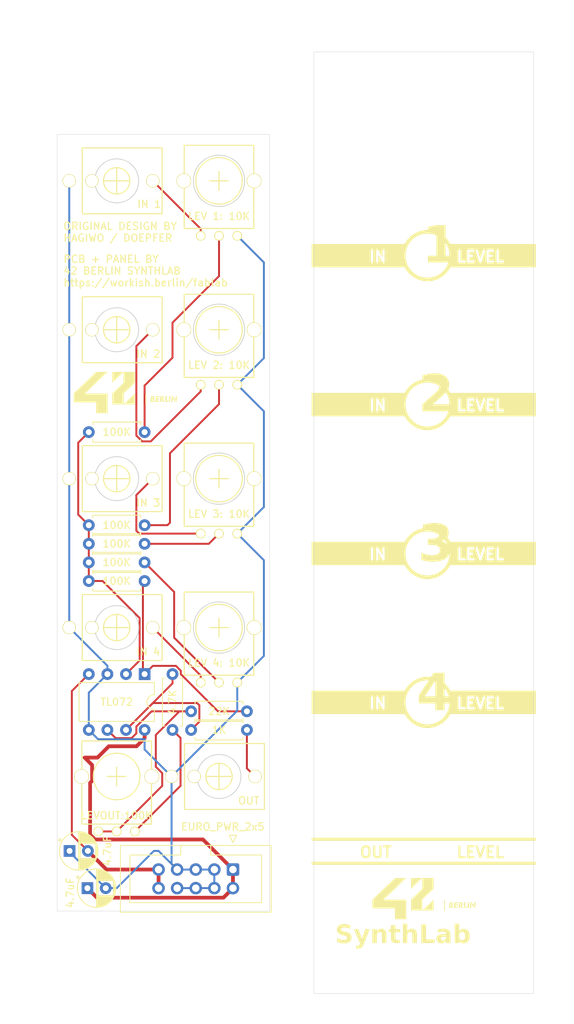
<source format=kicad_pcb>
(kicad_pcb (version 20221018) (generator pcbnew)
  (layers (0 "F.Cu" signal) (31 "B.Cu" signal) (37 "F.SilkS" user "F.Silkscreen") (38 "B.Mask" user) (39 "F.Mask" user) (44 "Edge.Cuts" user))
  (net 0 "")
  (net 1 "GND")
  (net 2 "Net-(J1-PadT)")
  (net 4 "Net-(J2-PadT)")
  (net 6 "Net-(J3-PadT)")
  (net 8 "Net-(J4-PadT)")
  (net 10 "Net-(J5-PadT)")
  (net 12 "Net-(U2C-V+)")
  (net 13 "Net-(U2C-V-)")
  (net 14 "Net-(R1-Pad1)")
  (net 15 "Net-(U2A--)")
  (net 16 "Net-(R2-Pad1)")
  (net 17 "Net-(R3-Pad1)")
  (net 18 "Net-(R4-Pad1)")
  (net 19 "Net-(R5-Pad2)")
  (net 20 "Net-(U2B--)")
  (net 21 "Net-(R7-Pad1)")
  (net 22 "Net-(R7-Pad2)")
  (footprint "MountingHole:MountingHole_3.5mm" (layer "F.Cu") (at 129.54 114.12)
    (fp_text reference "REF**" hide)
    (fp_text value "IN 1" hide)
  )
  (footprint "MountingHole:MountingHole_3.5mm" (layer "F.Cu") (at 129.54 93.8)
    (fp_text reference "REF**" hide)
    (fp_text value "IN 1" hide)
  )
  (footprint "Resistor_THT:R_Axial_DIN0207_L6.3mm_D2.5mm_P7.62mm_Horizontal" (layer "F.Cu") (at 83.798 87.45 180)
    (fp_text reference "R1" hide)
    (fp_text value "100K")
  )
  (footprint "eurocad:Alpha9mmPot" (layer "F.Cu") (at 79.980966 134.44)
    (fp_text reference "RV5" hide)
    (fp_text value "LEVOUT:100K")
  )
  (footprint "Resistor_THT:R_Axial_DIN0207_L6.3mm_D2.5mm_P7.62mm_Horizontal" (layer "F.Cu") (at 83.798 100.15 180)
    (fp_text reference "R2" hide)
    (fp_text value "100K")
  )
  (footprint "eurocad:Alpha9mmPot" (layer "F.Cu") (at 93.958 93.8)
    (fp_text reference "RV3" hide)
    (fp_text value "LEV 3: 10K")
  )
  (footprint "Resistor_THT:R_Axial_DIN0207_L6.3mm_D2.5mm_P7.62mm_Horizontal" (layer "F.Cu") (at 87.608 128.09 90)
    (fp_text reference "R7" hide)
    (fp_text value "4.7K")
  )
  (footprint "eurocad:PJ301M-12_T_S" (layer "F.Cu") (at 93.958 134.44 -90)
    (fp_text reference "J5" hide)
    (fp_text value "OUT")
  )
  (footprint "Capacitor_THT:CP_Radial_D5.0mm_P2.50mm" (layer "F.Cu") (at 73.551 144.6)
    (fp_text reference "C2" hide)
    (fp_text value "4.7uF")
  )
  (footprint "MountingHole:MountingHole_3.5mm" (layer "F.Cu") (at 115.57 134.44)
    (fp_text reference "REF**" hide)
    (fp_text value "IN 1" hide)
  )
  (footprint "eurocad:PJ301M-12_T_S" (layer "F.Cu") (at 79.988 53.16 -90)
    (fp_text reference "J1" hide)
    (fp_text value "IN 1")
  )
  (footprint "eurocad:Alpha9mmPot" (layer "F.Cu") (at 93.958 114.12)
    (fp_text reference "RV4" hide)
    (fp_text value "LEV 4: 10K")
  )
  (footprint "eurocad:PJ301M-12_T_S" (layer "F.Cu") (at 79.988 93.8 -90)
    (fp_text reference "J3" hide)
    (fp_text value "IN 3")
  )
  (footprint "eurocad:Alpha9mmPot" (layer "F.Cu") (at 93.958 114.12)
    (fp_text reference "RV4" hide)
    (fp_text value "LEV 4: 10K")
  )
  (footprint "Resistor_THT:R_Axial_DIN0207_L6.3mm_D2.5mm_P7.62mm_Horizontal" (layer "F.Cu") (at 90.148 128.09)
    (fp_text reference "R8" hide)
    (fp_text value "1K")
  )
  (footprint "eurocad:Alpha9mmPot" (layer "F.Cu") (at 93.958 53.16)
    (fp_text reference "RV1" hide)
    (fp_text value "LEV 1: 10K")
  )
  (footprint "Resistor_THT:R_Axial_DIN0207_L6.3mm_D2.5mm_P7.62mm_Horizontal" (layer "F.Cu") (at 83.798 100.15 180)
    (fp_text reference "R2" hide)
    (fp_text value "100K")
  )
  (footprint "eurocad:Alpha9mmPot" (layer "F.Cu") (at 93.958 93.8)
    (fp_text reference "RV3" hide)
    (fp_text value "LEV 3: 10K")
  )
  (footprint "Package_DIP:DIP-8_W7.62mm" (layer "F.Cu") (at 83.798 120.47 -90)
    (fp_text reference "U2" hide)
    (fp_text value "TL072")
  )
  (footprint "MountingHole:MountingHole_3mm" (layer "F.Cu") (at 115.57 73.48)
    (fp_text reference "REF**" hide)
    (fp_text value "MountingHole_3mm" hide)
  )
  (footprint "Capacitor_THT:CP_Radial_D5.0mm_P2.50mm" (layer "F.Cu") (at 73.551 144.6)
    (fp_text reference "C2" hide)
    (fp_text value "4.7uF")
  )
  (footprint "eurocad:PJ301M-12_T_S" (layer "F.Cu") (at 79.988 53.16 -90)
    (fp_text reference "J1" hide)
    (fp_text value "IN 1")
  )
  (footprint "MountingHole:MountingHole_3mm" (layer "F.Cu") (at 115.57 53.16)
    (fp_text reference "REF**" hide)
    (fp_text value "MountingHole_3mm" hide)
  )
  (footprint "Resistor_THT:R_Axial_DIN0207_L6.3mm_D2.5mm_P7.62mm_Horizontal" (layer "F.Cu") (at 76.178 107.77)
    (fp_text reference "R5" hide)
    (fp_text value "100K")
  )
  (footprint "MountingHole:MountingHole_3mm" (layer "F.Cu") (at 129.54 134.44)
    (fp_text reference "REF**" hide)
    (fp_text value "MountingHole_3mm" hide)
  )
  (footprint "eurocad:PJ301M-12_T_S" (layer "F.Cu") (at 93.958 134.44 -90)
    (fp_text reference "J5" hide)
    (fp_text value "OUT")
  )
  (footprint "eurocad:PJ301M-12_T_S" (layer "F.Cu") (at 79.988 114.12 -90)
    (fp_text reference "J4" hide)
    (fp_text value "IN 4")
  )
  (footprint "Library:Eurorack_Panel_ScrewHole_Oval" (layer "F.Cu") (at 111.76 38.5572)
    (fp_text reference "REF**" hide)
    (fp_text value "Eurorack_Panel_ScrewHole_Oval" hide)
  )
  (footprint "Resistor_THT:R_Axial_DIN0207_L6.3mm_D2.5mm_P7.62mm_Horizontal" (layer "F.Cu") (at 83.798 87.45 180)
    (fp_text reference "R1" hide)
    (fp_text value "100K")
  )
  (footprint "eurocad:PJ301M-12_T_S" (layer "F.Cu") (at 79.988 73.48 -90)
    (fp_text reference "J2" hide)
    (fp_text value "IN 2")
  )
  (footprint "Resistor_THT:R_Axial_DIN0207_L6.3mm_D2.5mm_P7.62mm_Horizontal" (layer "F.Cu") (at 83.798 105.23 180)
    (fp_text reference "R4" hide)
    (fp_text value "100K")
  )
  (footprint "eurocad:Alpha9mmPot" (layer "F.Cu") (at 93.958 73.48)
    (fp_text reference "RV2" hide)
    (fp_text value "LEV 2: 10K")
  )
  (footprint "eurocad:Alpha9mmPot" (layer "F.Cu") (at 93.958 53.16)
    (fp_text reference "RV1" hide)
    (fp_text value "LEV 1: 10K")
  )
  (footprint "MountingHole:MountingHole_3mm" (layer "F.Cu") (at 115.57 93.8)
    (fp_text reference "REF**" hide)
    (fp_text value "MountingHole_3mm" hide)
  )
  (footprint "Resistor_THT:R_Axial_DIN0207_L6.3mm_D2.5mm_P7.62mm_Horizontal" (layer "F.Cu") (at 83.798 102.69 180)
    (fp_text reference "R3" hide)
    (fp_text value "100K")
  )
  (footprint "MountingHole:MountingHole_3.5mm" (layer "F.Cu") (at 129.54 73.48)
    (fp_text reference "REF**" hide)
    (fp_text value "IN 1" hide)
  )
  (footprint "Library:Eurorack_Panel_ScrewHole_Oval" (layer "F.Cu") (at 132.08 161.0614)
    (fp_text reference "REF**" hide)
    (fp_text value "Eurorack_Panel_ScrewHole_Oval" hide)
  )
  (footprint "eurocad:PJ301M-12_T_S" (layer "F.Cu") (at 79.988 73.48 -90)
    (fp_text reference "J2" hide)
    (fp_text value "IN 2")
  )
  (footprint "Resistor_THT:R_Axial_DIN0207_L6.3mm_D2.5mm_P7.62mm_Horizontal" (layer "F.Cu") (at 87.608 128.09 90)
    (fp_text reference "R7" hide)
    (fp_text value "4.7K")
  )
  (footprint "eurocad:Alpha9mmPot" (layer "F.Cu") (at 93.958 73.48)
    (fp_text reference "RV2" hide)
    (fp_text value "LEV 2: 10K")
  )
  (footprint "MountingHole:MountingHole_3mm" (layer "F.Cu") (at 115.57 114.12)
    (fp_text reference "REF**" hide)
    (fp_text value "MountingHole_3mm" hide)
  )
  (footprint "Resistor_THT:R_Axial_DIN0207_L6.3mm_D2.5mm_P7.62mm_Horizontal" (layer "F.Cu") (at 83.798 102.69 180)
    (fp_text reference "R3" hide)
    (fp_text value "100K")
  )
  (footprint "eurocad:Alpha9mmPot" (layer "F.Cu") (at 79.980966 134.44)
    (fp_text reference "RV5" hide)
    (fp_text value "LEVOUT:100K")
  )
  (footprint "Connector_IDC:IDC-Header_2x05_P2.54mm_Vertical" (layer "F.Cu") (at 95.863 147.14 -90)
    (fp_text reference "J6" hide)
    (fp_text value "EURO_PWR_2x5")
  )
  (footprint "Resistor_THT:R_Axial_DIN0207_L6.3mm_D2.5mm_P7.62mm_Horizontal" (layer "F.Cu") (at 97.768 125.55 180)
    (fp_text reference "R6" hide)
    (fp_text value "22K")
  )
  (footprint "MountingHole:MountingHole_3.5mm" (layer "F.Cu") (at 129.54 53.16)
    (fp_text reference "REF**" hide)
    (fp_text value "IN 1" hide)
  )
  (footprint "Resistor_THT:R_Axial_DIN0207_L6.3mm_D2.5mm_P7.62mm_Horizontal" (layer "F.Cu") (at 83.798 105.23 180)
    (fp_text reference "R4" hide)
    (fp_text value "100K")
  )
  (footprint "Capacitor_THT:CP_Radial_D5.0mm_P2.50mm" (layer "F.Cu") (at 75.988888 149.68)
    (fp_text reference "C1" hide)
    (fp_text value "4.7uF")
  )
  (footprint "Capacitor_THT:CP_Radial_D5.0mm_P2.50mm" (layer "F.Cu") (at 75.988888 149.68)
    (fp_text reference "C1" hide)
    (fp_text value "4.7uF")
  )
  (footprint "Connector_IDC:IDC-Header_2x05_P2.54mm_Vertical" (layer "F.Cu") (at 95.863 147.14 -90)
    (fp_text reference "J6" hide)
    (fp_text value "EURO_PWR_2x5")
  )
  (footprint "eurocad:PJ301M-12_T_S" (layer "F.Cu") (at 79.988 93.8 -90)
    (fp_text reference "J3" hide)
    (fp_text value "IN 3")
  )
  (footprint "Resistor_THT:R_Axial_DIN0207_L6.3mm_D2.5mm_P7.62mm_Horizontal" (layer "F.Cu") (at 97.768 125.55 180)
    (fp_text reference "R6" hide)
    (fp_text value "22K")
  )
  (footprint "Resistor_THT:R_Axial_DIN0207_L6.3mm_D2.5mm_P7.62mm_Horizontal" (layer "F.Cu") (at 76.178 107.77)
    (fp_text reference "R5" hide)
    (fp_text value "100K")
  )
  (footprint "eurocad:PJ301M-12_T_S" (layer "F.Cu") (at 79.988 114.12 -90)
    (fp_text reference "J4" hide)
    (fp_text value "IN 4")
  )
  (footprint "Resistor_THT:R_Axial_DIN0207_L6.3mm_D2.5mm_P7.62mm_Horizontal" (layer "F.Cu") (at 90.148 128.09)
    (fp_text reference "R8" hide)
    (fp_text value "1K")
  )
  (footprint "Package_DIP:DIP-8_W7.62mm" (layer "F.Cu") (at 83.798 120.47 -90)
    (fp_text reference "U2" hide)
    (fp_text value "TL072")
  )
  (gr_poly (pts (xy 120.183236 149.769265) (xy 120.183236 148.289913) (xy 121.72273 148.289913)) (fill solid) (layer "F.SilkS"))
  (gr_rect (start 106.68 64.385213) (end 119.38 64.893213) (stroke (width 0.15)) (fill solid) (layer "F.SilkS"))
  (gr_poly (pts (xy 116.442745 151.248617) (xy 119.523185 151.248617) (xy 119.523185 153.925538) (xy 117.982969 153.925538) (xy 117.982969 152.446187) (xy 114.903251 152.446187) (xy 114.903251 151.248617) (xy 117.982969 148.289913) (xy 119.523185 148.289913)) (fill solid) (layer "F.SilkS"))
  (gr_circle (center 122.428 63.369213) (end 125.680787 63.369213) (stroke (width 0.5)) (fill none) (layer "F.SilkS"))
  (gr_rect (start 106.68 123.313213) (end 114.554 125.345213) (stroke (width 0.15)) (fill solid) (layer "F.SilkS"))
  (gr_poly (pts (xy 128.797288 152.104144) (xy 128.858328 151.591421) (xy 129.032 151.591421) (xy 128.939687 152.380115) (xy 128.788558 152.380115) (xy 128.439625 151.864487) (xy 128.380014 152.380115) (xy 128.206342 152.380115) (xy 128.300084 151.591421) (xy 128.451293 151.591421)) (fill solid) (layer "F.SilkS"))
  (gr_rect (start 106.68 142.871213) (end 137.16 143.150613) (stroke (width 0.15)) (fill solid) (layer "F.SilkS"))
  (gr_poly (pts (xy 84.934551 82.531579) (xy 84.9449 82.532091) (xy 84.955478 82.532901) (xy 84.966231 82.534065) (xy 84.977105 82.535636) (xy 84.988044 82.537669) (xy 84.998995 82.540218) (xy 85.009903 82.543338) (xy 85.020715 82.547082) (xy 85.031374 82.551504) (xy 85.041828 82.55666) (xy 85.05202 82.562604) (xy 85.061899 82.569389) (xy 85.066703 82.573114) (xy 85.071407 82.57707) (xy 85.076006 82.581263) (xy 85.080493 82.585701) (xy 85.085473 82.591087) (xy 85.090309 82.596895) (xy 85.094975 82.603123) (xy 85.099447 82.609767) (xy 85.103702 82.616824) (xy 85.107713 82.62429) (xy 85.111458 82.632163) (xy 85.114912 82.640439) (xy 85.118051 82.649116) (xy 85.12085 82.658189) (xy 85.123285 82.667656) (xy 85.125332 82.677513) (xy 85.126966 82.687758) (xy 85.128163 82.698386) (xy 85.1289 82.709395) (xy 85.129151 82.720782) (xy 85.129007 82.730186) (xy 85.128578 82.739339) (xy 85.127867 82.748246) (xy 85.126876 82.75691) (xy 85.125609 82.765336) (xy 85.124069 82.773528) (xy 85.122259 82.781491) (xy 85.120181 82.789228) (xy 85.117839 82.796743) (xy 85.115236 82.804042) (xy 85.112375 82.811128) (xy 85.109259 82.818005) (xy 85.105891 82.824677) (xy 85.102274 82.83115) (xy 85.098411 82.837426) (xy 85.094304 82.843511) (xy 85.089626 82.849966) (xy 85.084855 82.855992) (xy 85.080004 82.861606) (xy 85.075085 82.866822) (xy 85.070109 82.871654) (xy 85.065089 82.876119) (xy 85.060037 82.88023) (xy 85.054965 82.884002) (xy 85.049883 82.887451) (xy 85.044806 82.890592) (xy 85.039744 82.893439) (xy 85.03471 82.896007) (xy 85.029715 82.898311) (xy 85.024772 82.900366) (xy 85.019892 82.902187) (xy 85.015087 82.903789) (xy 85.022187 82.905668) (xy 85.029049 82.907755) (xy 85.035675 82.910035) (xy 85.042066 82.912495) (xy 85.048223 82.915121) (xy 85.054148 82.917899) (xy 85.05984 82.920815) (xy 85.065302 82.923855) (xy 85.070534 82.927007) (xy 85.075538 82.930255) (xy 85.080313 82.933586) (xy 85.084862 82.936986) (xy 85.089186 82.940441) (xy 85.093284 82.943938) (xy 85.09716 82.947462) (xy 85.100813 82.951001) (xy 85.107115 82.957709) (xy 85.112934 82.964501) (xy 85.118279 82.97139) (xy 85.123162 82.978392) (xy 85.127592 82.985522) (xy 85.131581 82.992795) (xy 85.135139 83.000224) (xy 85.138277 83.007826) (xy 85.141007 83.015616) (xy 85.143337 83.023607) (xy 85.145279 83.031816) (xy 85.146845 83.040256) (xy 85.148044 83.048944) (xy 85.148887 83.057893) (xy 85.149385 83.067118) (xy 85.149548 83.076636) (xy 85.14919 83.091956) (xy 85.148147 83.106605) (xy 85.146466 83.120589) (xy 85.144197 83.133918) (xy 85.141387 83.1466) (xy 85.138084 83.158644) (xy 85.134336 83.170058) (xy 85.130191 83.180851) (xy 85.125698 83.191031) (xy 85.120903 83.200607) (xy 85.115856 83.209587) (xy 85.110605 83.217979) (xy 85.105196 83.225793) (xy 85.099679 83.233037) (xy 85.094101 83.239719) (xy 85.08851 83.245847) (xy 85.08284 83.251555) (xy 85.07701 83.256973) (xy 85.071028 83.262106) (xy 85.064901 83.266963) (xy 85.052235 83.275878) (xy 85.039069 83.283773) (xy 85.025455 83.290706) (xy 85.011449 83.296735) (xy 84.997104 83.301918) (xy 84.982476 83.30631) (xy 84.967617 83.309971) (xy 84.952583 83.312958) (xy 84.937428 83.315327) (xy 84.922206 83.317137) (xy 84.906972 83.318444) (xy 84.891779 83.319307) (xy 84.876683 83.319782) (xy 84.861736 83.319928) (xy 84.58186 83.319928) (xy 84.59852 83.177585) (xy 84.77228 83.177585) (xy 84.835542 83.177585) (xy 84.848667 83.177378) (xy 84.863154 83.176608) (xy 84.870737 83.175944) (xy 84.878456 83.175056) (xy 84.886244 83.173917) (xy 84.894032 83.1725) (xy 84.901752 83.170776) (xy 84.909336 83.168718) (xy 84.916716 83.166299) (xy 84.923824 83.16349) (xy 84.930592 83.160265) (xy 84.936952 83.156595) (xy 84.939958 83.154585) (xy 84.942836 83.152453) (xy 84.945578 83.150196) (xy 84.948176 83.147811) (xy 84.950152 83.145885) (xy 84.952249 83.143641) (xy 84.954432 83.141067) (xy 84.956666 83.138152) (xy 84.958918 83.134884) (xy 84.961154 83.131251) (xy 84.963339 83.127241) (xy 84.964402 83.125092) (xy 84.965439 83.122844) (xy 84.966447 83.120496) (xy 84.96742 83.118046) (xy 84.968356 83.115493) (xy 84.969248 83.112837) (xy 84.970094 83.110074) (xy 84.970889 83.107204) (xy 84.971628 83.104225) (xy 84.972308 83.101136) (xy 84.972923 83.097935) (xy 84.973471 83.094621) (xy 84.973946 83.091192) (xy 84.974344 83.087647) (xy 84.974661 83.083985) (xy 84.974893 83.080204) (xy 84.975035 83.076302) (xy 84.975083 83.072278) (xy 84.975038 83.069057) (xy 84.974894 83.06567) (xy 84.974637 83.062141) (xy 84.974252 83.058492) (xy 84.973728 83.054745) (xy 84.973049 83.050922) (xy 84.972203 83.047046) (xy 84.971174 83.043139) (xy 84.969951 83.039224) (xy 84.968518 83.035322) (xy 84.966863 83.031457) (xy 84.964971 83.02765) (xy 84.962828 83.023923) (xy 84.960422 83.0203) (xy 84.957738 83.016803) (xy 84.954763 83.013453) (xy 84.952363 83.011074) (xy 84.949813 83.008834) (xy 84.947125 83.006732) (xy 84.944311 83.00476) (xy 84.941384 83.002917) (xy 84.938354 83.001197) (xy 84.932035 82.998111) (xy 84.925449 82.995466) (xy 84.91869 82.993231) (xy 84.911854 82.99137) (xy 84.905035 82.989849) (xy 84.898328 82.988635) (xy 84.891826 82.987693) (xy 84.885626 82.986989) (xy 84.879821 82.98649) (xy 84.869777 82.985968) (xy 84.862451 82.985855) (xy 84.794823 82.985855) (xy 84.77228 83.177585) (xy 84.59852 83.177585) (xy 84.636686 82.851504) (xy 84.810063 82.851504) (xy 84.845702 82.851504) (xy 84.857092 82.851297) (xy 84.863101 82.850997) (xy 84.869269 82.850528) (xy 84.875557 82.849863) (xy 84.881926 82.848975) (xy 84.888338 82.847836) (xy 84.894756 82.846418) (xy 84.90114 82.844694) (xy 84.907452 82.842636) (xy 84.913654 82.840216) (xy 84.919707 82.837407) (xy 84.925573 82.83418) (xy 84.931214 82.83051) (xy 84.936591 82.826366) (xy 84.939169 82.824109) (xy 84.941667 82.821723) (xy 84.944721 82.818459) (xy 84.947601 82.814943) (xy 84.950303 82.811194) (xy 84.952825 82.807234) (xy 84.955163 82.803083) (xy 84.957315 82.79876) (xy 84.959276 82.794286) (xy 84.961044 82.789681) (xy 84.962616 82.784966) (xy 84.963989 82.78016) (xy 84.965159 82.775283) (xy 84.966123 82.770357) (xy 84.966879 82.765401) (xy 84.967422 82.760435) (xy 84.967751 82.75548) (xy 84.967861 82.750555) (xy 84.967703 82.744732) (xy 84.967247 82.73924) (xy 84.966519 82.734069) (xy 84.965543 82.729209) (xy 84.964345 82.724652) (xy 84.962951 82.720388) (xy 84.961386 82.716406) (xy 84.959675 82.712698) (xy 84.957844 82.709254) (xy 84.955919 82.706064) (xy 84.953925 82.703119) (xy 84.951887 82.700409) (xy 84.949831 82.697925) (xy 84.947782 82.695657) (xy 84.945767 82.693595) (xy 84.943809 82.69173) (xy 84.941809 82.690078) (xy 84.939757 82.688525) (xy 84.937654 82.687069) (xy 84.935503 82.685705) (xy 84.931069 82.683244) (xy 84.926477 82.681118) (xy 84.921747 82.679303) (xy 84.916902 82.677775) (xy 84.911962 82.676508) (xy 84.90695 82.675478) (xy 84.901886 82.674662) (xy 84.896793 82.674033) (xy 84.891692 82.673569) (xy 84.886604 82.673244) (xy 84.876554 82.672913) (xy 84.866815 82.672847) (xy 84.830462 82.672847) (xy 84.810063 82.851504) (xy 84.636686 82.851504) (xy 84.674172 82.531234) (xy 84.914758 82.531234)) (fill solid) (layer "F.SilkS"))
  (gr_poly (pts (xy 124.814807 152.775172) (xy 124.697093 152.775172) (xy 124.697093 151.290741) (xy 124.814807 151.290741)) (fill solid) (layer "F.SilkS"))
  (gr_rect (start 125.476 61.845213) (end 137.16 62.353213) (stroke (width 0.15)) (fill solid) (layer "F.SilkS"))
  (gr_rect (start 116.84 123.313213) (end 119.126 125.345213) (stroke (width 0.15)) (fill solid) (layer "F.SilkS"))
  (gr_poly (pts (xy 82.473898 83.667813) (xy 80.933713 83.667813) (xy 82.473898 82.188461)) (fill solid) (layer "F.SilkS"))
  (gr_rect (start 116.84 82.673213) (end 119.126 84.705213) (stroke (width 0.15)) (fill solid) (layer "F.SilkS"))
  (gr_rect (start 125.476 122.805213) (end 137.16 123.313213) (stroke (width 0.15)) (fill solid) (layer "F.SilkS"))
  (gr_rect (start 106.68 62.353213) (end 114.554 64.385213) (stroke (width 0.15)) (fill solid) (layer "F.SilkS"))
  (gr_poly (pts (xy 84.025838 83.714985) (xy 83.908124 83.714985) (xy 83.908124 82.230554) (xy 84.025838 82.230554)) (fill solid) (layer "F.SilkS"))
  (gr_poly (pts (xy 82.473977 80.709078) (xy 80.933761 82.18843) (xy 80.933761 83.667781) (xy 79.394267 83.667781) (xy 79.394267 82.18843) (xy 80.933761 80.709078) (xy 80.933761 79.229726) (xy 82.473977 79.229726)) (fill solid) (layer "F.SilkS"))
  (gr_rect (start 133.096 123.313213) (end 137.16 125.345213) (stroke (width 0.15)) (fill solid) (layer "F.SilkS"))
  (gr_rect (start 125.476 84.705213) (end 137.16 85.213213) (stroke (width 0.15)) (fill solid) (layer "F.SilkS"))
  (gr_poly (pts (xy 82.473977 80.709078) (xy 80.933761 82.18843) (xy 80.933761 83.667781) (xy 79.394267 83.667781) (xy 79.394267 82.18843) (xy 80.933761 80.709078) (xy 80.933761 79.229726) (xy 82.473977 79.229726)) (fill solid) (layer "F.SilkS"))
  (gr_poly (pts (xy 79.394267 80.709078) (xy 79.394267 79.229726) (xy 80.933761 79.229726)) (fill solid) (layer "F.SilkS"))
  (gr_poly (pts (xy 75.653776 82.18843) (xy 78.734216 82.18843) (xy 78.734216 84.865351) (xy 77.194 84.865351) (xy 77.194 83.386) (xy 74.114282 83.386) (xy 74.114282 82.18843) (xy 77.194 79.229726) (xy 78.734216 79.229726)) (fill solid) (layer "F.SilkS"))
  (gr_poly (pts (xy 88.008319 83.043957) (xy 88.069359 82.531234) (xy 88.243031 82.531234) (xy 88.150718 83.319928) (xy 87.999589 83.319928) (xy 87.650656 82.8043) (xy 87.591045 83.319928) (xy 87.417373 83.319928) (xy 87.511115 82.531234) (xy 87.662324 82.531234)) (fill solid) (layer "F.SilkS"))
  (gr_poly (pts (xy 79.394267 80.709078) (xy 79.394267 79.229726) (xy 80.933761 79.229726)) (fill solid) (layer "F.SilkS"))
  (gr_poly (pts (xy 84.934551 82.531579) (xy 84.9449 82.532091) (xy 84.955478 82.532901) (xy 84.966231 82.534065) (xy 84.977105 82.535636) (xy 84.988044 82.537669) (xy 84.998995 82.540218) (xy 85.009903 82.543338) (xy 85.020715 82.547082) (xy 85.031374 82.551504) (xy 85.041828 82.55666) (xy 85.05202 82.562604) (xy 85.061899 82.569389) (xy 85.066703 82.573114) (xy 85.071407 82.57707) (xy 85.076006 82.581263) (xy 85.080493 82.585701) (xy 85.085473 82.591087) (xy 85.090309 82.596895) (xy 85.094975 82.603123) (xy 85.099447 82.609767) (xy 85.103702 82.616824) (xy 85.107713 82.62429) (xy 85.111458 82.632163) (xy 85.114912 82.640439) (xy 85.118051 82.649116) (xy 85.12085 82.658189) (xy 85.123285 82.667656) (xy 85.125332 82.677513) (xy 85.126966 82.687758) (xy 85.128163 82.698386) (xy 85.1289 82.709395) (xy 85.129151 82.720782) (xy 85.129007 82.730186) (xy 85.128578 82.739339) (xy 85.127867 82.748246) (xy 85.126876 82.75691) (xy 85.125609 82.765336) (xy 85.124069 82.773528) (xy 85.122259 82.781491) (xy 85.120181 82.789228) (xy 85.117839 82.796743) (xy 85.115236 82.804042) (xy 85.112375 82.811128) (xy 85.109259 82.818005) (xy 85.105891 82.824677) (xy 85.102274 82.83115) (xy 85.098411 82.837426) (xy 85.094304 82.843511) (xy 85.089626 82.849966) (xy 85.084855 82.855992) (xy 85.080004 82.861606) (xy 85.075085 82.866822) (xy 85.070109 82.871654) (xy 85.065089 82.876119) (xy 85.060037 82.88023) (xy 85.054965 82.884002) (xy 85.049883 82.887451) (xy 85.044806 82.890592) (xy 85.039744 82.893439) (xy 85.03471 82.896007) (xy 85.029715 82.898311) (xy 85.024772 82.900366) (xy 85.019892 82.902187) (xy 85.015087 82.903789) (xy 85.022187 82.905668) (xy 85.029049 82.907755) (xy 85.035675 82.910035) (xy 85.042066 82.912495) (xy 85.048223 82.915121) (xy 85.054148 82.917899) (xy 85.05984 82.920815) (xy 85.065302 82.923855) (xy 85.070534 82.927007) (xy 85.075538 82.930255) (xy 85.080313 82.933586) (xy 85.084862 82.936986) (xy 85.089186 82.940441) (xy 85.093284 82.943938) (xy 85.09716 82.947462) (xy 85.100813 82.951001) (xy 85.107115 82.957709) (xy 85.112934 82.964501) (xy 85.118279 82.97139) (xy 85.123162 82.978392) (xy 85.127592 82.985522) (xy 85.131581 82.992795) (xy 85.135139 83.000224) (xy 85.138277 83.007826) (xy 85.141007 83.015616) (xy 85.143337 83.023607) (xy 85.145279 83.031816) (xy 85.146845 83.040256) (xy 85.148044 83.048944) (xy 85.148887 83.057893) (xy 85.149385 83.067118) (xy 85.149548 83.076636) (xy 85.14919 83.091956) (xy 85.148147 83.106605) (xy 85.146466 83.120589) (xy 85.144197 83.133918) (xy 85.141387 83.1466) (xy 85.138084 83.158644) (xy 85.134336 83.170058) (xy 85.130191 83.180851) (xy 85.125698 83.191031) (xy 85.120903 83.200607) (xy 85.115856 83.209587) (xy 85.110605 83.217979) (xy 85.105196 83.225793) (xy 85.099679 83.233037) (xy 85.094101 83.239719) (xy 85.08851 83.245847) (xy 85.08284 83.251555) (xy 85.07701 83.256973) (xy 85.071028 83.262106) (xy 85.064901 83.266963) (xy 85.052235 83.275878) (xy 85.039069 83.283773) (xy 85.025455 83.290706) (xy 85.011449 83.296735) (xy 84.997104 83.301918) (xy 84.982476 83.30631) (xy 84.967617 83.309971) (xy 84.952583 83.312958) (xy 84.937428 83.315327) (xy 84.922206 83.317137) (xy 84.906972 83.318444) (xy 84.891779 83.319307) (xy 84.876683 83.319782) (xy 84.861736 83.319928) (xy 84.58186 83.319928) (xy 84.59852 83.177585) (xy 84.77228 83.177585) (xy 84.835542 83.177585) (xy 84.848667 83.177378) (xy 84.863154 83.176608) (xy 84.870737 83.175944) (xy 84.878456 83.175056) (xy 84.886244 83.173917) (xy 84.894032 83.1725) (xy 84.901752 83.170776) (xy 84.909336 83.168718) (xy 84.916716 83.166299) (xy 84.923824 83.16349) (xy 84.930592 83.160265) (xy 84.936952 83.156595) (xy 84.939958 83.154585) (xy 84.942836 83.152453) (xy 84.945578 83.150196) (xy 84.948176 83.147811) (xy 84.950152 83.145885) (xy 84.952249 83.143641) (xy 84.954432 83.141067) (xy 84.956666 83.138152) (xy 84.958918 83.134884) (xy 84.961154 83.131251) (xy 84.963339 83.127241) (xy 84.964402 83.125092) (xy 84.965439 83.122844) (xy 84.966447 83.120496) (xy 84.96742 83.118046) (xy 84.968356 83.115493) (xy 84.969248 83.112837) (xy 84.970094 83.110074) (xy 84.970889 83.107204) (xy 84.971628 83.104225) (xy 84.972308 83.101136) (xy 84.972923 83.097935) (xy 84.973471 83.094621) (xy 84.973946 83.091192) (xy 84.974344 83.087647) (xy 84.974661 83.083985) (xy 84.974893 83.080204) (xy 84.975035 83.076302) (xy 84.975083 83.072278) (xy 84.975038 83.069057) (xy 84.974894 83.06567) (xy 84.974637 83.062141) (xy 84.974252 83.058492) (xy 84.973728 83.054745) (xy 84.973049 83.050922) (xy 84.972203 83.047046) (xy 84.971174 83.043139) (xy 84.969951 83.039224) (xy 84.968518 83.035322) (xy 84.966863 83.031457) (xy 84.964971 83.02765) (xy 84.962828 83.023923) (xy 84.960422 83.0203) (xy 84.957738 83.016803) (xy 84.954763 83.013453) (xy 84.952363 83.011074) (xy 84.949813 83.008834) (xy 84.947125 83.006732) (xy 84.944311 83.00476) (xy 84.941384 83.002917) (xy 84.938354 83.001197) (xy 84.932035 82.998111) (xy 84.925449 82.995466) (xy 84.91869 82.993231) (xy 84.911854 82.99137) (xy 84.905035 82.989849) (xy 84.898328 82.988635) (xy 84.891826 82.987693) (xy 84.885626 82.986989) (xy 84.879821 82.98649) (xy 84.869777 82.985968) (xy 84.862451 82.985855) (xy 84.794823 82.985855) (xy 84.77228 83.177585) (xy 84.59852 83.177585) (xy 84.636686 82.851504) (xy 84.810063 82.851504) (xy 84.845702 82.851504) (xy 84.857092 82.851297) (xy 84.863101 82.850997) (xy 84.869269 82.850528) (xy 84.875557 82.849863) (xy 84.881926 82.848975) (xy 84.888338 82.847836) (xy 84.894756 82.846418) (xy 84.90114 82.844694) (xy 84.907452 82.842636) (xy 84.913654 82.840216) (xy 84.919707 82.837407) (xy 84.925573 82.83418) (xy 84.931214 82.83051) (xy 84.936591 82.826366) (xy 84.939169 82.824109) (xy 84.941667 82.821723) (xy 84.944721 82.818459) (xy 84.947601 82.814943) (xy 84.950303 82.811194) (xy 84.952825 82.807234) (xy 84.955163 82.803083) (xy 84.957315 82.79876) (xy 84.959276 82.794286) (xy 84.961044 82.789681) (xy 84.962616 82.784966) (xy 84.963989 82.78016) (xy 84.965159 82.775283) (xy 84.966123 82.770357) (xy 84.966879 82.765401) (xy 84.967422 82.760435) (xy 84.967751 82.75548) (xy 84.967861 82.750555) (xy 84.967703 82.744732) (xy 84.967247 82.73924) (xy 84.966519 82.734069) (xy 84.965543 82.729209) (xy 84.964345 82.724652) (xy 84.962951 82.720388) (xy 84.961386 82.716406) (xy 84.959675 82.712698) (xy 84.957844 82.709254) (xy 84.955919 82.706064) (xy 84.953925 82.703119) (xy 84.951887 82.700409) (xy 84.949831 82.697925) (xy 84.947782 82.695657) (xy 84.945767 82.693595) (xy 84.943809 82.69173) (xy 84.941809 82.690078) (xy 84.939757 82.688525) (xy 84.937654 82.687069) (xy 84.935503 82.685705) (xy 84.931069 82.683244) (xy 84.926477 82.681118) (xy 84.921747 82.679303) (xy 84.916902 82.677775) (xy 84.911962 82.676508) (xy 84.90695 82.675478) (xy 84.901886 82.674662) (xy 84.896793 82.674033) (xy 84.891692 82.673569) (xy 84.886604 82.673244) (xy 84.876554 82.672913) (xy 84.866815 82.672847) (xy 84.830462 82.672847) (xy 84.810063 82.851504) (xy 84.636686 82.851504) (xy 84.674172 82.531234) (xy 84.914758 82.531234)) (fill solid) (layer "F.SilkS"))
  (gr_rect (start 106.68 61.845213) (end 119.38 62.353213) (stroke (width 0.15)) (fill solid) (layer "F.SilkS"))
  (gr_poly (pts (xy 85.821856 82.684468) (xy 85.528882 82.684468) (xy 85.507055 82.836979) (xy 85.789867 82.836979) (xy 85.76804 82.990942) (xy 85.486021 82.990942) (xy 85.462049 83.165964) (xy 85.760023 83.165964) (xy 85.738989 83.319928) (xy 85.238846 83.319928) (xy 85.348622 82.531234) (xy 85.843604 82.531234)) (fill solid) (layer "F.SilkS"))
  (gr_rect (start 133.096 62.353213) (end 137.16 64.385213) (stroke (width 0.15)) (fill solid) (layer "F.SilkS"))
  (gr_circle (center 122.428 83.689213) (end 125.680787 83.689213) (stroke (width 0.5)) (fill none) (layer "F.SilkS"))
  (gr_poly (pts (xy 127.027308 151.591858) (xy 127.04069 151.592512) (xy 127.053995 151.593553) (xy 127.067204 151.595054) (xy 127.080296 151.597087) (xy 127.09325 151.599724) (xy 127.106045 151.603038) (xy 127.118663 151.6071) (xy 127.131081 151.611984) (xy 127.14328 151.617762) (xy 127.155238 151.624506) (xy 127.166936 151.632288) (xy 127.178354 151.641181) (xy 127.18947 151.651257) (xy 127.200264 151.662589) (xy 127.205185 151.668165) (xy 127.210097 151.67428) (xy 127.214957 151.680947) (xy 127.219723 151.688176) (xy 127.224352 151.69598) (xy 127.228802 151.704371) (xy 127.233031 151.713359) (xy 127.236994 151.722957) (xy 127.240651 151.733175) (xy 127.243959 151.744027) (xy 127.246874 151.755524) (xy 127.249355 151.767677) (xy 127.251358 151.780498) (xy 127.252842 151.793998) (xy 127.253763 151.80819) (xy 127.254 151.815549) (xy 127.25408 151.823085) (xy 127.253793 151.836923) (xy 127.252943 151.85038) (xy 127.25155 151.863453) (xy 127.249631 151.876135) (xy 127.247205 151.888421) (xy 127.244289 151.900306) (xy 127.240903 151.911785) (xy 127.237064 151.922853) (xy 127.232791 151.933503) (xy 127.228101 151.943731) (xy 127.223014 151.953531) (xy 127.217547 151.962898) (xy 127.211718 151.971827) (xy 127.205547 151.980313) (xy 127.19905 151.988349) (xy 127.192248 151.995932) (xy 127.185974 152.002068) (xy 127.179433 152.007942) (xy 127.172647 152.013551) (xy 127.165638 152.018889) (xy 127.158428 152.02395) (xy 127.151041 152.028729) (xy 127.143497 152.03322) (xy 127.135821 152.037419) (xy 127.128034 152.041321) (xy 127.120159 152.044919) (xy 127.112218 152.048209) (xy 127.104233 152.051185) (xy 127.096228 152.053841) (xy 127.088224 152.056174) (xy 127.080244 152.058177) (xy 127.072311 152.059845) (xy 127.266382 152.380115) (xy 127.06358 152.380115) (xy 126.881891 152.069283) (xy 126.845536 152.380115) (xy 126.671865 152.380115) (xy 126.722272 151.94945) (xy 126.895701 151.94945) (xy 126.938565 151.94945) (xy 126.949823 151.949246) (xy 126.955866 151.948952) (xy 126.962133 151.948497) (xy 126.968583 151.947855) (xy 126.975178 151.947) (xy 126.981877 151.945907) (xy 126.98864 151.94455) (xy 126.995429 151.942903) (xy 127.002203 151.940942) (xy 127.008924 151.93864) (xy 127.01555 151.935972) (xy 127.022043 151.932912) (xy 127.028362 151.929436) (xy 127.034469 151.925516) (xy 127.040324 151.921129) (xy 127.043123 151.918787) (xy 127.045793 151.916391) (xy 127.048336 151.913943) (xy 127.050755 151.911446) (xy 127.053052 151.908901) (xy 127.055231 151.906311) (xy 127.059243 151.900998) (xy 127.062811 151.895524) (xy 127.065958 151.889903) (xy 127.068704 151.88415) (xy 127.07107 151.878281) (xy 127.073079 151.872309) (xy 127.07475 151.866249) (xy 127.076106 151.860118) (xy 127.077168 151.853929) (xy 127.077957 151.847697) (xy 127.078494 151.841438) (xy 127.078801 151.835166) (xy 127.078898 151.828895) (xy 127.078825 151.824185) (xy 127.078587 151.819332) (xy 127.078156 151.814364) (xy 127.077505 151.80931) (xy 127.076606 151.804196) (xy 127.075433 151.799049) (xy 127.073958 151.793899) (xy 127.072152 151.788772) (xy 127.06999 151.783697) (xy 127.067443 151.778699) (xy 127.064484 151.773809) (xy 127.062841 151.771412) (xy 127.061085 151.769052) (xy 127.059212 151.766732) (xy 127.057219 151.764457) (xy 127.055103 151.762228) (xy 127.052859 151.760051) (xy 127.050485 151.757927) (xy 127.047977 151.755862) (xy 127.045332 151.753857) (xy 127.042546 151.751917) (xy 127.038201 151.749191) (xy 127.033623 151.746726) (xy 127.028818 151.74451) (xy 127.02379 151.742531) (xy 127.018544 151.740777) (xy 127.013087 151.739238) (xy 127.007423 151.737901) (xy 127.001558 151.736755) (xy 126.995497 151.735787) (xy 126.989244 151.734986) (xy 126.982806 151.734341) (xy 126.976186 151.733839) (xy 126.969392 151.733469) (xy 126.962427 151.73322) (xy 126.948009 151.733034) (xy 126.921896 151.733034) (xy 126.895701 151.94945) (xy 126.722272 151.94945) (xy 126.764178 151.591421) (xy 127.000398 151.591421)) (fill solid) (layer "F.SilkS"))
  (gr_poly (pts (xy 82.473898 83.667813) (xy 80.933713 83.667813) (xy 82.473898 82.188461)) (fill solid) (layer "F.SilkS"))
  (gr_poly (pts (xy 125.72352 151.591766) (xy 125.733869 151.592278) (xy 125.744447 151.593088) (xy 125.7552 151.594252) (xy 125.766074 151.595823) (xy 125.777013 151.597856) (xy 125.787964 151.600405) (xy 125.798872 151.603525) (xy 125.809684 151.607269) (xy 125.820343 151.611691) (xy 125.830797 151.616847) (xy 125.840989 151.622791) (xy 125.850868 151.629576) (xy 125.855672 151.633301) (xy 125.860376 151.637257) (xy 125.864975 151.64145) (xy 125.869462 151.645888) (xy 125.874442 151.651274) (xy 125.879278 151.657082) (xy 125.883944 151.66331) (xy 125.888416 151.669954) (xy 125.892671 151.677011) (xy 125.896682 151.684477) (xy 125.900427 151.69235) (xy 125.903881 151.700626) (xy 125.90702 151.709303) (xy 125.909819 151.718376) (xy 125.912254 151.727843) (xy 125.914301 151.7377) (xy 125.915935 151.747945) (xy 125.917132 151.758573) (xy 125.917869 151.769582) (xy 125.91812 151.780969) (xy 125.917976 151.790373) (xy 125.917547 151.799526) (xy 125.916836 151.808433) (xy 125.915845 151.817097) (xy 125.914578 151.825523) (xy 125.913038 151.833715) (xy 125.911228 151.841678) (xy 125.90915 151.849415) (xy 125.906808 151.85693) (xy 125.904205 151.864229) (xy 125.901344 151.871315) (xy 125.898228 151.878192) (xy 125.89486 151.884864) (xy 125.891243 151.891337) (xy 125.88738 151.897613) (xy 125.883273 151.903698) (xy 125.878595 151.910153) (xy 125.873824 151.916179) (xy 125.868973 151.921793) (xy 125.864054 151.927009) (xy 125.859078 151.931841) (xy 125.854058 151.936306) (xy 125.849006 151.940417) (xy 125.843934 151.944189) (xy 125.838852 151.947638) (xy 125.833775 151.950779) (xy 125.828713 151.953626) (xy 125.823679 151.956194) (xy 125.818684 151.958498) (xy 125.813741 151.960553) (xy 125.808861 151.962374) (xy 125.804056 151.963976) (xy 125.811156 151.965855) (xy 125.818018 151.967942) (xy 125.824644 151.970222) (xy 125.831035 151.972682) (xy 125.837192 151.975308) (xy 125.843117 151.978086) (xy 125.848809 151.981002) (xy 125.854271 151.984042) (xy 125.859503 151.987194) (xy 125.864507 151.990442) (xy 125.869282 151.993773) (xy 125.873831 151.997173) (xy 125.878155 152.000628) (xy 125.882253 152.004125) (xy 125.886129 152.007649) (xy 125.889782 152.011188) (xy 125.896084 152.017896) (xy 125.901903 152.024688) (xy 125.907248 152.031577) (xy 125.912131 152.038579) (xy 125.916561 152.045709) (xy 125.92055 152.052982) (xy 125.924108 152.060411) (xy 125.927246 152.068013) (xy 125.929976 152.075803) (xy 125.932306 152.083794) (xy 125.934248 152.092003) (xy 125.935814 152.100443) (xy 125.937013 152.109131) (xy 125.937856 152.11808) (xy 125.938354 152.127305) (xy 125.938517 152.136823) (xy 125.938159 152.152143) (xy 125.937116 152.166792) (xy 125.935435 152.180776) (xy 125.933166 152.194105) (xy 125.930356 152.206787) (xy 125.927053 152.218831) (xy 125.923305 152.230245) (xy 125.91916 152.241038) (xy 125.914667 152.251218) (xy 125.909872 152.260794) (xy 125.904825 152.269774) (xy 125.899574 152.278166) (xy 125.894165 152.28598) (xy 125.888648 152.293224) (xy 125.88307 152.299906) (xy 125.877479 152.306034) (xy 125.871809 152.311742) (xy 125.865979 152.31716) (xy 125.859997 152.322293) (xy 125.85387 152.32715) (xy 125.841204 152.336065) (xy 125.828038 152.34396) (xy 125.814424 152.350893) (xy 125.800418 152.356922) (xy 125.786073 152.362105) (xy 125.771445 152.366497) (xy 125.756586 152.370158) (xy 125.741552 152.373145) (xy 125.726397 152.375514) (xy 125.711175 152.377324) (xy 125.695941 152.378631) (xy 125.680748 152.379494) (xy 125.665652 152.379969) (xy 125.650705 152.380115) (xy 125.370829 152.380115) (xy 125.387489 152.237772) (xy 125.561249 152.237772) (xy 125.624511 152.237772) (xy 125.637636 152.237565) (xy 125.652123 152.236795) (xy 125.659706 152.236131) (xy 125.667425 152.235243) (xy 125.675213 152.234104) (xy 125.683001 152.232687) (xy 125.690721 152.230963) (xy 125.698305 152.228905) (xy 125.705685 152.226486) (xy 125.712793 152.223677) (xy 125.719561 152.220452) (xy 125.725921 152.216782) (xy 125.728927 152.214772) (xy 125.731805 152.21264) (xy 125.734547 152.210383) (xy 125.737145 152.207998) (xy 125.739121 152.206072) (xy 125.741218 152.203828) (xy 125.743401 152.201254) (xy 125.745635 152.198339) (xy 125.747887 152.195071) (xy 125.750123 152.191438) (xy 125.752308 152.187428) (xy 125.753371 152.185279) (xy 125.754408 152.183031) (xy 125.755416 152.180683) (xy 125.756389 152.178233) (xy 125.757325 152.17568) (xy 125.758217 152.173024) (xy 125.759063 152.170261) (xy 125.759858 152.167391) (xy 125.760597 152.164412) (xy 125.761277 152.161323) (xy 125.761892 152.158122) (xy 125.76244 152.154808) (xy 125.762915 152.151379) (xy 125.763313 152.147834) (xy 125.76363 152.144172) (xy 125.763862 152.140391) (xy 125.764004 152.136489) (xy 125.764052 152.132465) (xy 125.764007 152.129244) (xy 125.763863 152.125857) (xy 125.763606 152.122328) (xy 125.763221 152.118679) (xy 125.762697 152.114932) (xy 125.762018 152.111109) (xy 125.761172 152.107233) (xy 125.760143 152.103326) (xy 125.75892 152.099411) (xy 125.757487 152.095509) (xy 125.755832 152.091644) (xy 125.75394 152.087837) (xy 125.751797 152.08411) (xy 125.749391 152.080487) (xy 125.746707 152.07699) (xy 125.743732 152.07364) (xy 125.741332 152.071261) (xy 125.738782 152.069021) (xy 125.736094 152.066919) (xy 125.73328 152.064947) (xy 125.730353 152.063104) (xy 125.727323 152.061384) (xy 125.721004 152.058298) (xy 125.714418 152.055653) (xy 125.707659 152.053418) (xy 125.700823 152.051557) (xy 125.694004 152.050036) (xy 125.687297 152.048822) (xy 125.680795 152.04788) (xy 125.674595 152.047176) (xy 125.66879 152.046677) (xy 125.658746 152.046155) (xy 125.65142 152.046042) (xy 125.583792 152.046042) (xy 125.561249 152.237772) (xy 125.387489 152.237772) (xy 125.425655 151.911691) (xy 125.599032 151.911691) (xy 125.634671 151.911691) (xy 125.646061 151.911484) (xy 125.65207 151.911184) (xy 125.658238 151.910715) (xy 125.664526 151.91005) (xy 125.670895 151.909162) (xy 125.677307 151.908023) (xy 125.683725 151.906605) (xy 125.690109 151.904881) (xy 125.696421 151.902823) (xy 125.702623 151.900403) (xy 125.708676 151.897594) (xy 125.714542 151.894367) (xy 125.720183 151.890697) (xy 125.72556 151.886553) (xy 125.728138 151.884296) (xy 125.730636 151.88191) (xy 125.73369 151.878646) (xy 125.73657 151.87513) (xy 125.739272 151.871381) (xy 125.741794 151.867421) (xy 125.744132 151.86327) (xy 125.746284 151.858947) (xy 125.748245 151.854473) (xy 125.750013 151.849868) (xy 125.751585 151.845153) (xy 125.752958 151.840347) (xy 125.754128 151.83547) (xy 125.755092 151.830544) (xy 125.755848 151.825588) (xy 125.756391 151.820622) (xy 125.75672 151.815667) (xy 125.75683 151.810742) (xy 125.756672 151.804919) (xy 125.756216 151.799427) (xy 125.755488 151.794256) (xy 125.754512 151.789396) (xy 125.753314 151.784839) (xy 125.75192 151.780575) (xy 125.750355 151.776593) (xy 125.748644 151.772885) (xy 125.746813 151.769441) (xy 125.744888 151.766251) (xy 125.742894 151.763306) (xy 125.740856 151.760596) (xy 125.7388 151.758112) (xy 125.736751 151.755844) (xy 125.734736 151.753782) (xy 125.732778 151.751917) (xy 125.730778 151.750265) (xy 125.728726 151.748712) (xy 125.726623 151.747256) (xy 125.724472 151.745892) (xy 125.720038 151.743431) (xy 125.715446 151.741305) (xy 125.710716 151.73949) (xy 125.705871 151.737962) (xy 125.700931 151.736695) (xy 125.695919 151.735665) (xy 125.690855 151.734849) (xy 125.685762 151.73422) (xy 125.680661 151.733756) (xy 125.675573 151.733431) (xy 125.665523 151.7331) (xy 125.655784 151.733034) (xy 125.619431 151.733034) (xy 125.599032 151.911691) (xy 125.425655 151.911691) (xy 125.463141 151.591421) (xy 125.703727 151.591421)) (fill solid) (layer "F.SilkS"))
  (gr_rect (start 106.68 122.805213) (end 119.38 123.313213) (stroke (width 0.15)) (fill solid) (layer "F.SilkS"))
  (gr_rect (start 125.476 82.673213) (end 126.492 84.705213) (stroke (width 0.15)) (fill solid) (layer "F.SilkS"))
  (gr_poly (pts (xy 88.008319 83.043957) (xy 88.069359 82.531234) (xy 88.243031 82.531234) (xy 88.150718 83.319928) (xy 87.999589 83.319928) (xy 87.650656 82.8043) (xy 87.591045 83.319928) (xy 87.417373 83.319928) (xy 87.511115 82.531234) (xy 87.662324 82.531234)) (fill solid) (layer "F.SilkS"))
  (gr_rect (start 106.68 84.705213) (end 119.38 85.213213) (stroke (width 0.15)) (fill solid) (layer "F.SilkS"))
  (gr_rect (start 106.68 125.345213) (end 119.38 125.853213) (stroke (width 0.15)) (fill solid) (layer "F.SilkS"))
  (gr_poly (pts (xy 126.610825 151.744655) (xy 126.317851 151.744655) (xy 126.296024 151.897166) (xy 126.578836 151.897166) (xy 126.557009 152.051129) (xy 126.27499 152.051129) (xy 126.251018 152.226151) (xy 126.548992 152.226151) (xy 126.527958 152.380115) (xy 126.027815 152.380115) (xy 126.137591 151.591421) (xy 126.632573 151.591421)) (fill solid) (layer "F.SilkS"))
  (gr_poly (pts (xy 128.038384 152.379385) (xy 127.864633 152.379385) (xy 127.956945 151.591421) (xy 128.130697 151.591421)) (fill solid) (layer "F.SilkS"))
  (gr_poly (pts (xy 86.238339 82.531671) (xy 86.251721 82.532325) (xy 86.265026 82.533366) (xy 86.278235 82.534867) (xy 86.291327 82.5369) (xy 86.304281 82.539537) (xy 86.317076 82.542851) (xy 86.329694 82.546913) (xy 86.342112 82.551797) (xy 86.354311 82.557575) (xy 86.366269 82.564319) (xy 86.377967 82.572101) (xy 86.389385 82.580994) (xy 86.400501 82.59107) (xy 86.411295 82.602402) (xy 86.416216 82.607978) (xy 86.421128 82.614093) (xy 86.425988 82.62076) (xy 86.430754 82.627989) (xy 86.435383 82.635793) (xy 86.439833 82.644184) (xy 86.444062 82.653172) (xy 86.448025 82.66277) (xy 86.451682 82.672988) (xy 86.45499 82.68384) (xy 86.457905 82.695337) (xy 86.460386 82.70749) (xy 86.462389 82.720311) (xy 86.463873 82.733811) (xy 86.464794 82.748003) (xy 86.465031 82.755362) (xy 86.465111 82.762898) (xy 86.464824 82.776736) (xy 86.463974 82.790193) (xy 86.462581 82.803266) (xy 86.460662 82.815948) (xy 86.458236 82.828234) (xy 86.45532 82.840119) (xy 86.451934 82.851598) (xy 86.448095 82.862666) (xy 86.443822 82.873316) (xy 86.439132 82.883544) (xy 86.434045 82.893344) (xy 86.428578 82.902711) (xy 86.422749 82.91164) (xy 86.416578 82.920126) (xy 86.410081 82.928162) (xy 86.403279 82.935745) (xy 86.397005 82.941881) (xy 86.390464 82.947755) (xy 86.383678 82.953364) (xy 86.376669 82.958702) (xy 86.369459 82.963763) (xy 86.362072 82.968542) (xy 86.354528 82.973033) (xy 86.346852 82.977232) (xy 86.339065 82.981134) (xy 86.33119 82.984732) (xy 86.323249 82.988022) (xy 86.315264 82.990998) (xy 86.307259 82.993654) (xy 86.299255 82.995987) (xy 86.291275 82.99799) (xy 86.283342 82.999658) (xy 86.477413 83.319928) (xy 86.274611 83.319928) (xy 86.092922 83.009096) (xy 86.056567 83.319928) (xy 85.882896 83.319928) (xy 85.933303 82.889263) (xy 86.106732 82.889263) (xy 86.149596 82.889263) (xy 86.160854 82.889059) (xy 86.166897 82.888765) (xy 86.173164 82.88831) (xy 86.179614 82.887668) (xy 86.186209 82.886813) (xy 86.192908 82.88572) (xy 86.199671 82.884363) (xy 86.20646 82.882716) (xy 86.213234 82.880755) (xy 86.219955 82.878453) (xy 86.226581 82.875785) (xy 86.233074 82.872725) (xy 86.239393 82.869249) (xy 86.2455 82.865329) (xy 86.251355 82.860942) (xy 86.254154 82.8586) (xy 86.256824 82.856204) (xy 86.259367 82.853756) (xy 86.261786 82.851259) (xy 86.264083 82.848714) (xy 86.266262 82.846124) (xy 86.270274 82.840811) (xy 86.273842 82.835337) (xy 86.276989 82.829716) (xy 86.279735 82.823963) (xy 86.282101 82.818094) (xy 86.28411 82.812122) (xy 86.285781 82.806062) (xy 86.287137 82.799931) (xy 86.288199 82.793742) (xy 86.288988 82.78751) (xy 86.289525 82.781251) (xy 86.289832 82.774979) (xy 86.289929 82.768708) (xy 86.289856 82.763998) (xy 86.289618 82.759145) (xy 86.289187 82.754177) (xy 86.288536 82.749123) (xy 86.287637 82.744009) (xy 86.286464 82.738862) (xy 86.284989 82.733712) (xy 86.283183 82.728585) (xy 86.281021 82.72351) (xy 86.278474 82.718512) (xy 86.275515 82.713622) (xy 86.273872 82.711225) (xy 86.272116 82.708865) (xy 86.270243 82.706545) (xy 86.26825 82.70427) (xy 86.266134 82.702041) (xy 86.26389 82.699864) (xy 86.261516 82.69774) (xy 86.259008 82.695675) (xy 86.256363 82.69367) (xy 86.253577 82.69173) (xy 86.249232 82.689004) (xy 86.244654 82.686539) (xy 86.239849 82.684323) (xy 86.234821 82.682344) (xy 86.229575 82.68059) (xy 86.224118 82.679051) (xy 86.218454 82.677714) (xy 86.212589 82.676568) (xy 86.206528 82.6756) (xy 86.200275 82.674799) (xy 86.193837 82.674154) (xy 86.187217 82.673652) (xy 86.180423 82.673282) (xy 86.173458 82.673033) (xy 86.15904 82.672847) (xy 86.132927 82.672847) (xy 86.106732 82.889263) (xy 85.933303 82.889263) (xy 85.975209 82.531234) (xy 86.211429 82.531234)) (fill solid) (layer "F.SilkS"))
  (gr_rect (start 116.84 102.993213) (end 119.126 105.025213) (stroke (width 0.15)) (fill solid) (layer "F.SilkS"))
  (gr_poly (pts (xy 87.249415 83.319198) (xy 87.075664 83.319198) (xy 87.167976 82.531234) (xy 87.341728 82.531234)) (fill solid) (layer "F.SilkS"))
  (gr_poly (pts (xy 123.262946 149.769265) (xy 121.72273 151.248617) (xy 121.72273 152.727968) (xy 120.183236 152.727968) (xy 120.183236 151.248617) (xy 121.72273 149.769265) (xy 121.72273 148.289913) (xy 123.262946 148.289913)) (fill solid) (layer "F.SilkS"))
  (gr_poly (pts (xy 85.821856 82.684468) (xy 85.528882 82.684468) (xy 85.507055 82.836979) (xy 85.789867 82.836979) (xy 85.76804 82.990942) (xy 85.486021 82.990942) (xy 85.462049 83.165964) (xy 85.760023 83.165964) (xy 85.738989 83.319928) (xy 85.238846 83.319928) (xy 85.348622 82.531234) (xy 85.843604 82.531234)) (fill solid) (layer "F.SilkS"))
  (gr_circle (center 122.428 124.329213) (end 125.680787 124.329213) (stroke (width 0.5)) (fill none) (layer "F.SilkS"))
  (gr_poly (pts (xy 87.249415 83.319198) (xy 87.075664 83.319198) (xy 87.167976 82.531234) (xy 87.341728 82.531234)) (fill solid) (layer "F.SilkS"))
  (gr_rect (start 125.476 123.313213) (end 126.492 125.345213) (stroke (width 0.15)) (fill solid) (layer "F.SilkS"))
  (gr_rect (start 106.68 102.993213) (end 114.554 105.025213) (stroke (width 0.15)) (fill solid) (layer "F.SilkS"))
  (gr_rect (start 125.476 62.353213) (end 126.492 64.385213) (stroke (width 0.15)) (fill solid) (layer "F.SilkS"))
  (gr_poly (pts (xy 127.547688 152.226151) (xy 127.782479 152.226151) (xy 127.764303 152.379385) (xy 127.355839 152.379385) (xy 127.448865 151.591421) (xy 127.622619 151.591421)) (fill solid) (layer "F.SilkS"))
  (gr_rect (start 106.68 82.165213) (end 119.38 82.673213) (stroke (width 0.15)) (fill solid) (layer "F.SilkS"))
  (gr_rect (start 125.476 82.165213) (end 137.16 82.673213) (stroke (width 0.15)) (fill solid) (layer "F.SilkS"))
  (gr_poly (pts (xy 84.025838 83.714985) (xy 83.908124 83.714985) (xy 83.908124 82.230554) (xy 84.025838 82.230554)) (fill solid) (layer "F.SilkS"))
  (gr_rect (start 125.476 64.385213) (end 137.16 64.893213) (stroke (width 0.15)) (fill solid) (layer "F.SilkS"))
  (gr_rect (start 125.476 102.993213) (end 126.492 105.025213) (stroke (width 0.15)) (fill solid) (layer "F.SilkS"))
  (gr_poly (pts (xy 86.758719 83.165964) (xy 86.99351 83.165964) (xy 86.975334 83.319198) (xy 86.56687 83.319198) (xy 86.659896 82.531234) (xy 86.83365 82.531234)) (fill solid) (layer "F.SilkS"))
  (gr_poly (pts (xy 86.758719 83.165964) (xy 86.99351 83.165964) (xy 86.975334 83.319198) (xy 86.56687 83.319198) (xy 86.659896 82.531234) (xy 86.83365 82.531234)) (fill solid) (layer "F.SilkS"))
  (gr_circle (center 122.428 104.009213) (end 125.680787 104.009213) (stroke (width 0.5)) (fill none) (layer "F.SilkS"))
  (gr_poly (pts (xy 75.653776 82.18843) (xy 78.734216 82.18843) (xy 78.734216 84.865351) (xy 77.194 84.865351) (xy 77.194 83.386) (xy 74.114282 83.386) (xy 74.114282 82.18843) (xy 77.194 79.229726) (xy 78.734216 79.229726)) (fill solid) (layer "F.SilkS"))
  (gr_rect (start 116.84 62.353213) (end 119.126 64.385213) (stroke (width 0.15)) (fill solid) (layer "F.SilkS"))
  (gr_rect (start 133.096 102.993213) (end 137.16 105.025213) (stroke (width 0.15)) (fill solid) (layer "F.SilkS"))
  (gr_rect (start 125.476 125.345213) (end 137.16 125.853213) (stroke (width 0.15)) (fill solid) (layer "F.SilkS"))
  (gr_poly (pts (xy 123.262867 152.728) (xy 121.722682 152.728) (xy 123.262867 151.248648)) (fill solid) (layer "F.SilkS"))
  (gr_rect (start 125.476 102.485213) (end 137.16 102.993213) (stroke (width 0.15)) (fill solid) (layer "F.SilkS"))
  (gr_poly (pts (xy 86.238339 82.531671) (xy 86.251721 82.532325) (xy 86.265026 82.533366) (xy 86.278235 82.534867) (xy 86.291327 82.5369) (xy 86.304281 82.539537) (xy 86.317076 82.542851) (xy 86.329694 82.546913) (xy 86.342112 82.551797) (xy 86.354311 82.557575) (xy 86.366269 82.564319) (xy 86.377967 82.572101) (xy 86.389385 82.580994) (xy 86.400501 82.59107) (xy 86.411295 82.602402) (xy 86.416216 82.607978) (xy 86.421128 82.614093) (xy 86.425988 82.62076) (xy 86.430754 82.627989) (xy 86.435383 82.635793) (xy 86.439833 82.644184) (xy 86.444062 82.653172) (xy 86.448025 82.66277) (xy 86.451682 82.672988) (xy 86.45499 82.68384) (xy 86.457905 82.695337) (xy 86.460386 82.70749) (xy 86.462389 82.720311) (xy 86.463873 82.733811) (xy 86.464794 82.748003) (xy 86.465031 82.755362) (xy 86.465111 82.762898) (xy 86.464824 82.776736) (xy 86.463974 82.790193) (xy 86.462581 82.803266) (xy 86.460662 82.815948) (xy 86.458236 82.828234) (xy 86.45532 82.840119) (xy 86.451934 82.851598) (xy 86.448095 82.862666) (xy 86.443822 82.873316) (xy 86.439132 82.883544) (xy 86.434045 82.893344) (xy 86.428578 82.902711) (xy 86.422749 82.91164) (xy 86.416578 82.920126) (xy 86.410081 82.928162) (xy 86.403279 82.935745) (xy 86.397005 82.941881) (xy 86.390464 82.947755) (xy 86.383678 82.953364) (xy 86.376669 82.958702) (xy 86.369459 82.963763) (xy 86.362072 82.968542) (xy 86.354528 82.973033) (xy 86.346852 82.977232) (xy 86.339065 82.981134) (xy 86.33119 82.984732) (xy 86.323249 82.988022) (xy 86.315264 82.990998) (xy 86.307259 82.993654) (xy 86.299255 82.995987) (xy 86.291275 82.99799) (xy 86.283342 82.999658) (xy 86.477413 83.319928) (xy 86.274611 83.319928) (xy 86.092922 83.009096) (xy 86.056567 83.319928) (xy 85.882896 83.319928) (xy 85.933303 82.889263) (xy 86.106732 82.889263) (xy 86.149596 82.889263) (xy 86.160854 82.889059) (xy 86.166897 82.888765) (xy 86.173164 82.88831) (xy 86.179614 82.887668) (xy 86.186209 82.886813) (xy 86.192908 82.88572) (xy 86.199671 82.884363) (xy 86.20646 82.882716) (xy 86.213234 82.880755) (xy 86.219955 82.878453) (xy 86.226581 82.875785) (xy 86.233074 82.872725) (xy 86.239393 82.869249) (xy 86.2455 82.865329) (xy 86.251355 82.860942) (xy 86.254154 82.8586) (xy 86.256824 82.856204) (xy 86.259367 82.853756) (xy 86.261786 82.851259) (xy 86.264083 82.848714) (xy 86.266262 82.846124) (xy 86.270274 82.840811) (xy 86.273842 82.835337) (xy 86.276989 82.829716) (xy 86.279735 82.823963) (xy 86.282101 82.818094) (xy 86.28411 82.812122) (xy 86.285781 82.806062) (xy 86.287137 82.799931) (xy 86.288199 82.793742) (xy 86.288988 82.78751) (xy 86.289525 82.781251) (xy 86.289832 82.774979) (xy 86.289929 82.768708) (xy 86.289856 82.763998) (xy 86.289618 82.759145) (xy 86.289187 82.754177) (xy 86.288536 82.749123) (xy 86.287637 82.744009) (xy 86.286464 82.738862) (xy 86.284989 82.733712) (xy 86.283183 82.728585) (xy 86.281021 82.72351) (xy 86.278474 82.718512) (xy 86.275515 82.713622) (xy 86.273872 82.711225) (xy 86.272116 82.708865) (xy 86.270243 82.706545) (xy 86.26825 82.70427) (xy 86.266134 82.702041) (xy 86.26389 82.699864) (xy 86.261516 82.69774) (xy 86.259008 82.695675) (xy 86.256363 82.69367) (xy 86.253577 82.69173) (xy 86.249232 82.689004) (xy 86.244654 82.686539) (xy 86.239849 82.684323) (xy 86.234821 82.682344) (xy 86.229575 82.68059) (xy 86.224118 82.679051) (xy 86.218454 82.677714) (xy 86.212589 82.676568) (xy 86.206528 82.6756) (xy 86.200275 82.674799) (xy 86.193837 82.674154) (xy 86.187217 82.673652) (xy 86.180423 82.673282) (xy 86.173458 82.673033) (xy 86.15904 82.672847) (xy 86.132927 82.672847) (xy 86.106732 82.889263) (xy 85.933303 82.889263) (xy 85.975209 82.531234) (xy 86.211429 82.531234)) (fill solid) (layer "F.SilkS"))
  (gr_rect (start 106.68 146.147813) (end 137.16 146.427213) (stroke (width 0.15)) (fill solid) (layer "F.SilkS"))
  (gr_rect (start 106.68 105.025213) (end 119.38 105.533213) (stroke (width 0.15)) (fill solid) (layer "F.SilkS"))
  (gr_rect (start 106.68 102.485213) (end 119.38 102.993213) (stroke (width 0.15)) (fill solid) (layer "F.SilkS"))
  (gr_rect (start 106.68 82.673213) (end 114.554 84.705213) (stroke (width 0.15)) (fill solid) (layer "F.SilkS"))
  (gr_rect (start 133.096 82.673213) (end 137.16 84.705213) (stroke (width 0.15)) (fill solid) (layer "F.SilkS"))
  (gr_rect (start 125.476 105.025213) (end 137.16 105.533213) (stroke (width 0.15)) (fill solid) (layer "F.SilkS"))
  (gr_circle (center 79.988 73.48) (end 82.988 73.48) (stroke (width 0.1)) (fill none) (layer "Edge.Cuts"))
  (gr_circle (center 79.988 114.12) (end 82.988 114.12) (stroke (width 0.1)) (fill none) (layer "Edge.Cuts"))
  (gr_circle (center 93.958 134.44) (end 96.958 134.44) (stroke (width 0.1)) (fill none) (layer "Edge.Cuts"))
  (gr_circle (center 93.958 53.16) (end 97.458 53.16) (stroke (width 0.1)) (fill none) (layer "Edge.Cuts"))
  (gr_circle (center 93.958 73.48) (end 97.458 73.48) (stroke (width 0.1)) (fill none) (layer "Edge.Cuts"))
  (gr_circle (center 93.958 93.8) (end 97.458 93.8) (stroke (width 0.1)) (fill none) (layer "Edge.Cuts"))
  (gr_circle (center 79.988 93.8) (end 82.988 93.8) (stroke (width 0.1)) (fill none) (layer "Edge.Cuts"))
  (gr_circle (center 93.958 53.16) (end 97.458 53.16) (stroke (width 0.1)) (fill none) (layer "Edge.Cuts"))
  (gr_rect locked (start 71.86 46.81) (end 100.86 152.81) (stroke (width 0.05)) (fill none) (layer "Edge.Cuts"))
  (gr_circle (center 93.958 134.44) (end 96.958 134.44) (stroke (width 0.1)) (fill none) (layer "Edge.Cuts"))
  (gr_circle (center 79.988 53.16) (end 82.988 53.16) (stroke (width 0.1)) (fill none) (layer "Edge.Cuts"))
  (gr_circle (center 79.988 93.8) (end 82.988 93.8) (stroke (width 0.1)) (fill none) (layer "Edge.Cuts"))
  (gr_circle (center 93.958 114.12) (end 97.458 114.12) (stroke (width 0.1)) (fill none) (layer "Edge.Cuts"))
  (gr_circle (center 79.988 73.48) (end 82.988 73.48) (stroke (width 0.1)) (fill none) (layer "Edge.Cuts"))
  (gr_rect locked (start 106.92 35.56) (end 136.92 164.06) (stroke (width 0.05)) (fill none) (layer "Edge.Cuts"))
  (gr_circle (center 79.988 53.16) (end 82.988 53.16) (stroke (width 0.1)) (fill none) (layer "Edge.Cuts"))
  (gr_circle (center 93.958 93.8) (end 97.458 93.8) (stroke (width 0.1)) (fill none) (layer "Edge.Cuts"))
  (gr_circle (center 79.988 114.12) (end 82.988 114.12) (stroke (width 0.1)) (fill none) (layer "Edge.Cuts"))
  (gr_circle (center 93.958 114.12) (end 97.458 114.12) (stroke (width 0.1)) (fill none) (layer "Edge.Cuts"))
  (gr_circle (center 93.958 73.48) (end 97.458 73.48) (stroke (width 0.1)) (fill none) (layer "Edge.Cuts"))
  (gr_text "ORIGINAL DESIGN BY\nHAGIWO / DOEPFER\n" (at 72.622 61.542) (layer "F.SilkS") (effects (font (size 1 1)) (justify left bottom)))
  (gr_text "OUT" (at 113.03 145.665213) (layer "F.SilkS") (effects (font (size 1.5 1.5) (thickness 0.3) bold) (justify left bottom)))
  (gr_text "LEVEL" (at 126.238 105.025213) (layer "F.SilkS" knockout) (effects (font (size 1.5 1.5) (thickness 0.3) bold) (justify left bottom)))
  (gr_text "PCB + PANEL BY\n42 BERLIN SYNTHLAB\nhttps://workish.berlin/fablab\n" (at 72.622 67.638) (layer "F.SilkS") (effects (font (size 1 1)) (justify left bottom)))
  (gr_text "LEVEL" (at 126.238 125.345213) (layer "F.SilkS" knockout) (effects (font (size 1.5 1.5) (thickness 0.3) bold) (justify left bottom)))
  (gr_text "SynthLab" (at 109.800867 157.598617) (layer "F.SilkS") (effects (font (size 2.5 2.5) (thickness 0.3) bold) (justify left bottom)))
  (gr_text "3" (at 121.131013 105.89315) (layer "F.SilkS") (effects (font (size 5 5) (thickness 0.4) bold) (justify left bottom)))
  (gr_text "LEVEL" (at 126.238 84.705213) (layer "F.SilkS" knockout) (effects (font (size 1.5 1.5) (thickness 0.3) bold) (justify left bottom)))
  (gr_text "1" (at 121.666 65.145273) (layer "F.SilkS") (effects (font (size 5 5) (thickness 0.4) bold) (justify left bottom)))
  (gr_text "IN" (at 114.3 125.345213) (layer "F.SilkS" knockout) (effects (font (size 1.5 1.5) (thickness 0.3) bold) (justify left bottom)))
  (gr_text "IN" (at 114.3 64.385213) (layer "F.SilkS" knockout) (effects (font (size 1.5 1.5) (thickness 0.3) bold) (justify left bottom)))
  (gr_text "IN" (at 114.3 105.025213) (layer "F.SilkS" knockout) (effects (font (size 1.5 1.5) (thickness 0.3) bold) (justify left bottom)))
  (gr_text "2" (at 121.165894 85.465273) (layer "F.SilkS") (effects (font (size 5 5) (thickness 0.4) bold) (justify left bottom)))
  (gr_text "ORIGINAL DESIGN BY\nHAGIWO / DOEPFER\n" (at 72.622 61.542) (layer "F.SilkS") (effects (font (size 1 1)) (justify left bottom)))
  (gr_text "4" (at 120.929779 126.238709) (layer "F.SilkS") (effects (font (size 5 5) (thickness 0.4) bold) (justify left bottom)))
  (gr_text "LEVEL" (at 126.238 64.385213) (layer "F.SilkS" knockout) (effects (font (size 1.5 1.5) (thickness 0.3) bold) (justify left bottom)))
  (gr_text "IN" (at 114.3 84.705213) (layer "F.SilkS" knockout) (effects (font (size 1.5 1.5) (thickness 0.3) bold) (justify left bottom)))
  (gr_text "PCB + PANEL BY\n42 BERLIN SYNTHLAB\nhttps://workish.berlin/fablab\n" (at 72.622 67.638) (layer "F.SilkS") (effects (font (size 1 1)) (justify left bottom)))
  (gr_text "LEVEL" (at 126.238 145.665213) (layer "F.SilkS") (effects (font (size 1.5 1.5) (thickness 0.3) bold) (justify left bottom)))
  (segment (start 76.178 123.01) (end 78.718 120.47) (width 0.25) (layer "B.Cu") (net 1))
  (segment (start 83.798 130.76) (end 87.478 134.44) (width 0.25) (layer "B.Cu") (net 1))
  (segment (start 93.323 149.68) (end 90.783 149.68) (width 0.25) (layer "B.Cu") (net 1))
  (segment (start 88.243 147.14) (end 90.783 147.14) (width 0.25) (layer "B.Cu") (net 1))
  (segment (start 73.551 144.6) (end 73.551 144.742112) (width 0.25) (layer "B.Cu") (net 1))
  (segment (start 90.783 149.68) (end 88.243 149.68) (width 0.25) (layer "B.Cu") (net 1))
  (segment (start 76.178 128.09) (end 76.178 123.01) (width 0.25) (layer "B.Cu") (net 1))
  (segment (start 100.083 104.925) (end 100.083 117.995) (width 0.25) (layer "B.Cu") (net 1))
  (segment (start 76.178 128.09) (end 76.178 123.01) (width 0.25) (layer "B.Cu") (net 1))
  (segment (start 100.083 97.675) (end 96.458 101.3) (width 0.25) (layer "B.Cu") (net 1))
  (segment (start 87.478 134.44) (end 96.458 125.46) (width 0.25) (layer "B.Cu") (net 1))
  (segment (start 96.458 101.3) (end 100.083 104.925) (width 0.25) (layer "B.Cu") (net 1))
  (segment (start 96.458 60.66) (end 100.083 64.285) (width 0.25) (layer "B.Cu") (net 1))
  (segment (start 96.458 80.98) (end 100.083 84.605) (width 0.25) (layer "B.Cu") (net 1))
  (segment (start 73.508 73.48) (end 73.508 53.16) (width 0.25) (layer "B.Cu") (net 1))
  (segment (start 85.068 144.6) (end 85.703 144.6) (width 0.25) (layer "B.Cu") (net 1))
  (segment (start 85.068 144.6) (end 85.703 144.6) (width 0.25) (layer "B.Cu") (net 1))
  (segment (start 100.083 77.355) (end 96.458 80.98) (width 0.25) (layer "B.Cu") (net 1))
  (segment (start 96.458 101.3) (end 100.083 104.925) (width 0.25) (layer "B.Cu") (net 1))
  (segment (start 76.178 128.09) (end 77.448 129.36) (width 0.25) (layer "B.Cu") (net 1))
  (segment (start 96.458 60.66) (end 100.083 64.285) (width 0.25) (layer "B.Cu") (net 1))
  (segment (start 73.551 144.742112) (end 78.488888 149.68) (width 0.25) (layer "B.Cu") (net 1))
  (segment (start 76.178 123.01) (end 78.718 120.47) (width 0.25) (layer "B.Cu") (net 1))
  (segment (start 78.488888 149.68) (end 79.988 149.68) (width 0.25) (layer "B.Cu") (net 1))
  (segment (start 100.083 64.285) (end 100.083 77.355) (width 0.25) (layer "B.Cu") (net 1))
  (segment (start 85.703 144.6) (end 88.243 147.14) (width 0.25) (layer "B.Cu") (net 1))
  (segment (start 73.551 144.742112) (end 78.488888 149.68) (width 0.25) (layer "B.Cu") (net 1))
  (segment (start 88.243 147.14) (end 90.783 147.14) (width 0.25) (layer "B.Cu") (net 1))
  (segment (start 87.478 134.44) (end 87.478 146.375) (width 0.25) (layer "B.Cu") (net 1))
  (segment (start 73.508 93.8) (end 73.508 73.48) (width 0.25) (layer "B.Cu") (net 1))
  (segment (start 100.083 117.995) (end 96.458 121.62) (width 0.25) (layer "B.Cu") (net 1))
  (segment (start 73.508 114.12) (end 73.508 93.8) (width 0.25) (layer "B.Cu") (net 1))
  (segment (start 73.508 114.12) (end 73.508 93.8) (width 0.25) (layer "B.Cu") (net 1))
  (segment (start 87.478 146.375) (end 88.243 147.14) (width 0.25) (layer "B.Cu") (net 1))
  (segment (start 96.458 125.46) (end 96.458 121.62) (width 0.25) (layer "B.Cu") (net 1))
  (segment (start 85.703 144.6) (end 88.243 147.14) (width 0.25) (layer "B.Cu") (net 1))
  (segment (start 100.083 97.675) (end 96.458 101.3) (width 0.25) (layer "B.Cu") (net 1))
  (segment (start 78.718 120.47) (end 78.718 119.33) (width 0.25) (layer "B.Cu") (net 1))
  (segment (start 78.718 119.33) (end 73.508 114.12) (width 0.25) (layer "B.Cu") (net 1))
  (segment (start 78.718 119.33) (end 73.508 114.12) (width 0.25) (layer "B.Cu") (net 1))
  (segment (start 100.083 117.995) (end 96.458 121.62) (width 0.25) (layer "B.Cu") (net 1))
  (segment (start 100.083 64.285) (end 100.083 77.355) (width 0.25) (layer "B.Cu") (net 1))
  (segment (start 93.323 147.14) (end 93.323 149.68) (width 0.25) (layer "B.Cu") (net 1))
  (segment (start 87.478 134.44) (end 87.478 146.375) (width 0.25) (layer "B.Cu") (net 1))
  (segment (start 73.508 73.48) (end 73.508 53.16) (width 0.25) (layer "B.Cu") (net 1))
  (segment (start 96.458 125.46) (end 96.458 121.62) (width 0.25) (layer "B.Cu") (net 1))
  (segment (start 79.988 149.68) (end 85.068 144.6) (width 0.25) (layer "B.Cu") (net 1))
  (segment (start 77.448 129.36) (end 83.798 129.36) (width 0.25) (layer "B.Cu") (net 1))
  (segment (start 83.798 129.36) (end 83.798 130.76) (width 0.25) (layer "B.Cu") (net 1))
  (segment (start 78.718 120.47) (end 78.718 119.33) (width 0.25) (layer "B.Cu") (net 1))
  (segment (start 100.083 84.605) (end 100.083 97.675) (width 0.25) (layer "B.Cu") (net 1))
  (segment (start 77.448 129.36) (end 83.798 129.36) (width 0.25) (layer "B.Cu") (net 1))
  (segment (start 87.478 134.44) (end 96.458 125.46) (width 0.25) (layer "B.Cu") (net 1))
  (segment (start 96.458 80.98) (end 100.083 84.605) (width 0.25) (layer "B.Cu") (net 1))
  (segment (start 90.783 149.68) (end 88.243 149.68) (width 0.25) (layer "B.Cu") (net 1))
  (segment (start 83.798 130.76) (end 87.478 134.44) (width 0.25) (layer "B.Cu") (net 1))
  (segment (start 76.178 128.09) (end 77.448 129.36) (width 0.25) (layer "B.Cu") (net 1))
  (segment (start 90.783 147.14) (end 93.323 147.14) (width 0.25) (layer "B.Cu") (net 1))
  (segment (start 73.508 93.8) (end 73.508 73.48) (width 0.25) (layer "B.Cu") (net 1))
  (segment (start 83.798 129.36) (end 83.798 130.76) (width 0.25) (layer "B.Cu") (net 1))
  (segment (start 100.083 104.925) (end 100.083 117.995) (width 0.25) (layer "B.Cu") (net 1))
  (segment (start 79.988 149.68) (end 85.068 144.6) (width 0.25) (layer "B.Cu") (net 1))
  (segment (start 93.323 149.68) (end 90.783 149.68) (width 0.25) (layer "B.Cu") (net 1))
  (segment (start 90.783 147.14) (end 93.323 147.14) (width 0.25) (layer "B.Cu") (net 1))
  (segment (start 93.323 147.14) (end 93.323 149.68) (width 0.25) (layer "B.Cu") (net 1))
  (segment (start 100.083 84.605) (end 100.083 97.675) (width 0.25) (layer "B.Cu") (net 1))
  (segment (start 87.478 146.375) (end 88.243 147.14) (width 0.25) (layer "B.Cu") (net 1))
  (segment (start 100.083 77.355) (end 96.458 80.98) (width 0.25) (layer "B.Cu") (net 1))
  (segment (start 78.488888 149.68) (end 79.988 149.68) (width 0.25) (layer "B.Cu") (net 1))
  (segment (start 73.551 144.6) (end 73.551 144.742112) (width 0.25) (layer "B.Cu") (net 1))
  (segment (start 91.458 59.71) (end 91.458 60.66) (width 0.25) (layer "F.Cu") (net 2))
  (segment (start 91.458 59.71) (end 91.458 60.66) (width 0.25) (layer "F.Cu") (net 2))
  (segment (start 84.908 53.16) (end 91.458 59.71) (width 0.25) (layer "F.Cu") (net 2))
  (segment (start 84.908 53.16) (end 91.458 59.71) (width 0.25) (layer "F.Cu") (net 2))
  (segment (start 91.458 81.899238) (end 91.458 80.98) (width 0.25) (layer "F.Cu") (net 4))
  (segment (start 84.637238 88.72) (end 91.458 81.899238) (width 0.25) (layer "F.Cu") (net 4))
  (segment (start 84.908 73.48) (end 82.673 75.715) (width 0.25) (layer "F.Cu") (net 4))
  (segment (start 84.908 73.48) (end 82.673 75.715) (width 0.25) (layer "F.Cu") (net 4))
  (segment (start 82.673 75.715) (end 82.673 87.915991) (width 0.25) (layer "F.Cu") (net 4))
  (segment (start 83.477009 88.72) (end 84.637238 88.72) (width 0.25) (layer "F.Cu") (net 4))
  (segment (start 91.458 81.899238) (end 91.458 80.98) (width 0.25) (layer "F.Cu") (net 4))
  (segment (start 82.673 75.715) (end 82.673 87.915991) (width 0.25) (layer "F.Cu") (net 4))
  (segment (start 84.637238 88.72) (end 91.458 81.899238) (width 0.25) (layer "F.Cu") (net 4))
  (segment (start 82.673 87.915991) (end 83.477009 88.72) (width 0.25) (layer "F.Cu") (net 4))
  (segment (start 82.673 87.915991) (end 83.477009 88.72) (width 0.25) (layer "F.Cu") (net 4))
  (segment (start 83.477009 88.72) (end 84.637238 88.72) (width 0.25) (layer "F.Cu") (net 4))
  (segment (start 83.067009 101.3) (end 91.458 101.3) (width 0.25) (layer "F.Cu") (net 6))
  (segment (start 82.673 100.905991) (end 83.067009 101.3) (width 0.25) (layer "F.Cu") (net 6))
  (segment (start 82.673 96.035) (end 82.673 100.905991) (width 0.25) (layer "F.Cu") (net 6))
  (segment (start 82.673 100.905991) (end 83.067009 101.3) (width 0.25) (layer "F.Cu") (net 6))
  (segment (start 82.673 96.035) (end 82.673 100.905991) (width 0.25) (layer "F.Cu") (net 6))
  (segment (start 83.067009 101.3) (end 91.458 101.3) (width 0.25) (layer "F.Cu") (net 6))
  (segment (start 84.908 93.8) (end 82.673 96.035) (width 0.25) (layer "F.Cu") (net 6))
  (segment (start 84.908 93.8) (end 82.673 96.035) (width 0.25) (layer "F.Cu") (net 6))
  (segment (start 91.458 121.62) (end 91.458 120.67) (width 0.25) (layer "F.Cu") (net 8))
  (segment (start 91.458 120.67) (end 84.908 114.12) (width 0.25) (layer "F.Cu") (net 8))
  (segment (start 91.458 120.67) (end 84.908 114.12) (width 0.25) (layer "F.Cu") (net 8))
  (segment (start 91.458 121.62) (end 91.458 120.67) (width 0.25) (layer "F.Cu") (net 8))
  (segment (start 97.768 133.33) (end 98.878 134.44) (width 0.25) (layer "F.Cu") (net 10))
  (segment (start 97.768 133.33) (end 98.878 134.44) (width 0.25) (layer "F.Cu") (net 10))
  (segment (start 97.768 128.09) (end 97.768 133.33) (width 0.25) (layer "F.Cu") (net 10))
  (segment (start 97.768 128.09) (end 97.768 133.33) (width 0.25) (layer "F.Cu") (net 10))
  (segment (start 75.988888 149.68) (end 77.288888 150.98) (width 0.5) (layer "F.Cu") (net 12))
  (segment (start 95.863 147.14) (end 91.763 143.04) (width 0.5) (layer "F.Cu") (net 12))
  (segment (start 82.700875 130.318495) (end 83.798 129.22137) (width 0.5) (layer "F.Cu") (net 12))
  (segment (start 77.365013 131.863377) (end 78.909895 130.318495) (width 0.5) (layer "F.Cu") (net 12))
  (segment (start 77.025331 143.04) (end 76.357062 142.371731) (width 0.5) (layer "F.Cu") (net 12))
  (segment (start 91.763 143.04) (end 77.025331 143.04) (width 0.5) (layer "F.Cu") (net 12))
  (segment (start 83.918159 127.969841) (end 83.918159 127.89425) (width 0.25) (layer "F.Cu") (net 12))
  (segment (start 95.863 147.14) (end 95.863 149.68) (width 0.5) (layer "F.Cu") (net 12))
  (segment (start 91.763 143.04) (end 77.025331 143.04) (width 0.5) (layer "F.Cu") (net 12))
  (segment (start 75.988888 149.68) (end 77.288888 150.98) (width 0.5) (layer "F.Cu") (net 12))
  (segment (start 78.909895 130.318495) (end 82.700875 130.318495) (width 0.5) (layer "F.Cu") (net 12))
  (segment (start 82.700875 130.318495) (end 83.798 129.22137) (width 0.5) (layer "F.Cu") (net 12))
  (segment (start 76.357062 142.371731) (end 76.357062 135.314514) (width 0.5) (layer "F.Cu") (net 12))
  (segment (start 77.025331 143.04) (end 76.357062 142.371731) (width 0.5) (layer "F.Cu") (net 12))
  (segment (start 77.288888 150.98) (end 94.563 150.98) (width 0.5) (layer "F.Cu") (net 12))
  (segment (start 76.630966 132.884876) (end 75.609467 131.863377) (width 0.5) (layer "F.Cu") (net 12))
  (segment (start 77.288888 150.98) (end 94.563 150.98) (width 0.5) (layer "F.Cu") (net 12))
  (segment (start 75.609467 131.863377) (end 77.365013 131.863377) (width 0.5) (layer "F.Cu") (net 12))
  (segment (start 94.563 150.98) (end 95.863 149.68) (width 0.5) (layer "F.Cu") (net 12))
  (segment (start 83.798 129.22137) (end 83.798 128.09) (width 0.5) (layer "F.Cu") (net 12))
  (segment (start 77.365013 131.863377) (end 78.909895 130.318495) (width 0.5) (layer "F.Cu") (net 12))
  (segment (start 83.798 129.22137) (end 83.798 128.09) (width 0.5) (layer "F.Cu") (net 12))
  (segment (start 76.630966 135.04061) (end 76.630966 132.884876) (width 0.5) (layer "F.Cu") (net 12))
  (segment (start 76.630966 132.884876) (end 75.609467 131.863377) (width 0.5) (layer "F.Cu") (net 12))
  (segment (start 76.357062 142.371731) (end 76.357062 135.314514) (width 0.5) (layer "F.Cu") (net 12))
  (segment (start 76.357062 135.314514) (end 76.630966 135.04061) (width 0.5) (layer "F.Cu") (net 12))
  (segment (start 95.863 147.14) (end 91.763 143.04) (width 0.5) (layer "F.Cu") (net 12))
  (segment (start 83.798 128.09) (end 83.918159 127.969841) (width 0.25) (layer "F.Cu") (net 12))
  (segment (start 76.630966 135.04061) (end 76.630966 132.884876) (width 0.5) (layer "F.Cu") (net 12))
  (segment (start 78.909895 130.318495) (end 82.700875 130.318495) (width 0.5) (layer "F.Cu") (net 12))
  (segment (start 75.609467 131.863377) (end 77.365013 131.863377) (width 0.5) (layer "F.Cu") (net 12))
  (segment (start 76.357062 135.314514) (end 76.630966 135.04061) (width 0.5) (layer "F.Cu") (net 12))
  (segment (start 83.798 128.09) (end 83.918159 127.969841) (width 0.25) (layer "F.Cu") (net 12))
  (segment (start 94.563 150.98) (end 95.863 149.68) (width 0.5) (layer "F.Cu") (net 12))
  (segment (start 83.918159 127.969841) (end 83.918159 127.89425) (width 0.25) (layer "F.Cu") (net 12))
  (segment (start 95.863 147.14) (end 95.863 149.68) (width 0.5) (layer "F.Cu") (net 12))
  (segment (start 85.703 147.14) (end 78.591 147.14) (width 0.5) (layer "F.Cu") (net 13))
  (segment (start 85.703 147.14) (end 78.591 147.14) (width 0.5) (layer "F.Cu") (net 13))
  (segment (start 85.703 147.14) (end 85.703 149.68) (width 0.5) (layer "F.Cu") (net 13))
  (segment (start 85.703 147.14) (end 85.703 149.68) (width 0.5) (layer "F.Cu") (net 13))
  (segment (start 76.178 120.47) (end 73.855966 122.792034) (width 0.25) (layer "F.Cu") (net 13))
  (segment (start 73.855966 142.404966) (end 76.051 144.6) (width 0.25) (layer "F.Cu") (net 13))
  (segment (start 76.178 120.47) (end 73.855966 122.792034) (width 0.25) (layer "F.Cu") (net 13))
  (segment (start 73.855966 142.404966) (end 76.051 144.6) (width 0.25) (layer "F.Cu") (net 13))
  (segment (start 78.591 147.14) (end 76.051 144.6) (width 0.5) (layer "F.Cu") (net 13))
  (segment (start 73.855966 122.792034) (end 73.855966 142.404966) (width 0.25) (layer "F.Cu") (net 13))
  (segment (start 78.591 147.14) (end 76.051 144.6) (width 0.5) (layer "F.Cu") (net 13))
  (segment (start 73.855966 122.792034) (end 73.855966 142.404966) (width 0.25) (layer "F.Cu") (net 13))
  (segment (start 87.608 72.512412) (end 87.608 77.29) (width 0.25) (layer "F.Cu") (net 14))
  (segment (start 83.798 81.1) (end 83.798 87.45) (width 0.25) (layer "F.Cu") (net 14))
  (segment (start 87.608 72.512412) (end 87.608 77.29) (width 0.25) (layer "F.Cu") (net 14))
  (segment (start 93.958 66.162412) (end 87.608 72.512412) (width 0.25) (layer "F.Cu") (net 14))
  (segment (start 87.608 77.29) (end 83.798 81.1) (width 0.25) (layer "F.Cu") (net 14))
  (segment (start 83.798 81.1) (end 83.798 87.45) (width 0.25) (layer "F.Cu") (net 14))
  (segment (start 87.608 77.29) (end 83.798 81.1) (width 0.25) (layer "F.Cu") (net 14))
  (segment (start 93.958 66.162412) (end 87.608 72.512412) (width 0.25) (layer "F.Cu") (net 14))
  (segment (start 93.958 60.66) (end 93.958 66.162412) (width 0.25) (layer "F.Cu") (net 14))
  (segment (start 93.958 60.66) (end 93.958 66.162412) (width 0.25) (layer "F.Cu") (net 14))
  (segment (start 74.733 98.705) (end 76.178 100.15) (width 0.25) (layer "F.Cu") (net 15))
  (segment (start 78.06652 107.77) (end 83.118769 112.822249) (width 0.25) (layer "F.Cu") (net 15))
  (segment (start 76.178 102.69) (end 76.178 105.23) (width 0.25) (layer "F.Cu") (net 15))
  (segment (start 76.178 107.77) (end 78.06652 107.77) (width 0.25) (layer "F.Cu") (net 15))
  (segment (start 76.178 105.23) (end 76.178 107.77) (width 0.25) (layer "F.Cu") (net 15))
  (segment (start 83.118769 112.822249) (end 83.118769 118.609231) (width 0.25) (layer "F.Cu") (net 15))
  (segment (start 78.06652 107.77) (end 83.118769 112.822249) (width 0.25) (layer "F.Cu") (net 15))
  (segment (start 83.118769 118.609231) (end 81.258 120.47) (width 0.25) (layer "F.Cu") (net 15))
  (segment (start 74.733 98.705) (end 76.178 100.15) (width 0.25) (layer "F.Cu") (net 15))
  (segment (start 76.178 100.15) (end 76.178 102.69) (width 0.25) (layer "F.Cu") (net 15))
  (segment (start 83.118769 118.609231) (end 81.258 120.47) (width 0.25) (layer "F.Cu") (net 15))
  (segment (start 76.178 87.45) (end 74.733 88.895) (width 0.25) (layer "F.Cu") (net 15))
  (segment (start 76.178 105.23) (end 76.178 107.77) (width 0.25) (layer "F.Cu") (net 15))
  (segment (start 76.178 102.69) (end 76.178 105.23) (width 0.25) (layer "F.Cu") (net 15))
  (segment (start 83.118769 112.822249) (end 83.118769 118.609231) (width 0.25) (layer "F.Cu") (net 15))
  (segment (start 74.733 88.895) (end 74.733 98.705) (width 0.25) (layer "F.Cu") (net 15))
  (segment (start 76.178 107.77) (end 78.06652 107.77) (width 0.25) (layer "F.Cu") (net 15))
  (segment (start 76.178 87.45) (end 74.733 88.895) (width 0.25) (layer "F.Cu") (net 15))
  (segment (start 76.178 100.15) (end 76.178 102.69) (width 0.25) (layer "F.Cu") (net 15))
  (segment (start 74.733 88.895) (end 74.733 98.705) (width 0.25) (layer "F.Cu") (net 15))
  (segment (start 87.256885 90.333589) (end 87.256885 99.813185) (width 0.25) (layer "F.Cu") (net 16))
  (segment (start 93.958 83.632474) (end 87.256885 90.333589) (width 0.25) (layer "F.Cu") (net 16))
  (segment (start 86.92007 100.15) (end 83.798 100.15) (width 0.25) (layer "F.Cu") (net 16))
  (segment (start 93.958 80.98) (end 93.958 83.632474) (width 0.25) (layer "F.Cu") (net 16))
  (segment (start 87.256885 99.813185) (end 86.92007 100.15) (width 0.25) (layer "F.Cu") (net 16))
  (segment (start 87.256885 99.813185) (end 86.92007 100.15) (width 0.25) (layer "F.Cu") (net 16))
  (segment (start 87.256885 90.333589) (end 87.256885 99.813185) (width 0.25) (layer "F.Cu") (net 16))
  (segment (start 93.958 80.98) (end 93.958 83.632474) (width 0.25) (layer "F.Cu") (net 16))
  (segment (start 86.92007 100.15) (end 83.798 100.15) (width 0.25) (layer "F.Cu") (net 16))
  (segment (start 93.958 83.632474) (end 87.256885 90.333589) (width 0.25) (layer "F.Cu") (net 16))
  (segment (start 92.568 102.69) (end 93.958 101.3) (width 0.25) (layer "F.Cu") (net 17))
  (segment (start 92.568 102.69) (end 93.958 101.3) (width 0.25) (layer "F.Cu") (net 17))
  (segment (start 83.798 102.69) (end 92.568 102.69) (width 0.25) (layer "F.Cu") (net 17))
  (segment (start 83.798 102.69) (end 92.568 102.69) (width 0.25) (layer "F.Cu") (net 17))
  (segment (start 87.833 115.495) (end 93.958 121.62) (width 0.25) (layer "F.Cu") (net 18))
  (segment (start 83.798 105.23) (end 87.833 109.265) (width 0.25) (layer "F.Cu") (net 18))
  (segment (start 87.833 109.265) (end 87.833 115.495) (width 0.25) (layer "F.Cu") (net 18))
  (segment (start 87.833 109.265) (end 87.833 115.495) (width 0.25) (layer "F.Cu") (net 18))
  (segment (start 83.798 105.23) (end 87.833 109.265) (width 0.25) (layer "F.Cu") (net 18))
  (segment (start 87.833 115.495) (end 93.958 121.62) (width 0.25) (layer "F.Cu") (net 18))
  (segment (start 88.073991 119.345) (end 88.740911 120.01192) (width 0.25) (layer "F.Cu") (net 19))
  (segment (start 88.740911 120.01192) (end 88.740911 120.47) (width 0.25) (layer "F.Cu") (net 19))
  (segment (start 88.740911 120.01192) (end 88.740911 120.47) (width 0.25) (layer "F.Cu") (net 19))
  (segment (start 93.820911 125.55) (end 97.768 125.55) (width 0.25) (layer "F.Cu") (net 19))
  (segment (start 84.923 119.345) (end 88.073991 119.345) (width 0.25) (layer "F.Cu") (net 19))
  (segment (start 83.798 107.77) (end 83.568769 107.999231) (width 0.25) (layer "F.Cu") (net 19))
  (segment (start 83.798 107.77) (end 83.568769 107.999231) (width 0.25) (layer "F.Cu") (net 19))
  (segment (start 83.798 120.47) (end 84.923 119.345) (width 0.25) (layer "F.Cu") (net 19))
  (segment (start 83.568769 120.240769) (end 83.798 120.47) (width 0.25) (layer "F.Cu") (net 19))
  (segment (start 83.568769 107.999231) (end 83.568769 120.240769) (width 0.25) (layer "F.Cu") (net 19))
  (segment (start 83.568769 120.240769) (end 83.798 120.47) (width 0.25) (layer "F.Cu") (net 19))
  (segment (start 88.740911 120.47) (end 93.820911 125.55) (width 0.25) (layer "F.Cu") (net 19))
  (segment (start 84.923 119.345) (end 88.073991 119.345) (width 0.25) (layer "F.Cu") (net 19))
  (segment (start 83.798 120.47) (end 84.923 119.345) (width 0.25) (layer "F.Cu") (net 19))
  (segment (start 88.740911 120.47) (end 93.820911 125.55) (width 0.25) (layer "F.Cu") (net 19))
  (segment (start 88.073991 119.345) (end 88.740911 120.01192) (width 0.25) (layer "F.Cu") (net 19))
  (segment (start 83.568769 107.999231) (end 83.568769 120.240769) (width 0.25) (layer "F.Cu") (net 19))
  (segment (start 93.820911 125.55) (end 97.768 125.55) (width 0.25) (layer "F.Cu") (net 19))
  (segment (start 88.557009 125.55) (end 85.329799 128.77721) (width 0.25) (layer "F.Cu") (net 20))
  (segment (start 79.843 129.215) (end 82.013991 129.215) (width 0.25) (layer "F.Cu") (net 20))
  (segment (start 78.718 128.09) (end 79.843 129.215) (width 0.25) (layer "F.Cu") (net 20))
  (segment (start 79.980966 141.94) (end 77.480966 141.94) (width 0.25) (layer "F.Cu") (net 20))
  (segment (start 84.747009 125.55) (end 90.148 125.55) (width 0.25) (layer "F.Cu") (net 20))
  (segment (start 86.208719 135.712247) (end 79.980966 141.94) (width 0.25) (layer "F.Cu") (net 20))
  (segment (start 79.980966 141.94) (end 77.480966 141.94) (width 0.25) (layer "F.Cu") (net 20))
  (segment (start 85.329799 128.77721) (end 85.329799 133.115) (width 0.25) (layer "F.Cu") (net 20))
  (segment (start 84.747009 125.55) (end 90.148 125.55) (width 0.25) (layer "F.Cu") (net 20))
  (segment (start 82.673 128.555991) (end 82.673 127.624009) (width 0.25) (layer "F.Cu") (net 20))
  (segment (start 78.718 128.09) (end 79.843 129.215) (width 0.25) (layer "F.Cu") (net 20))
  (segment (start 82.673 128.555991) (end 82.673 127.624009) (width 0.25) (layer "F.Cu") (net 20))
  (segment (start 82.013991 129.215) (end 82.673 128.555991) (width 0.25) (layer "F.Cu") (net 20))
  (segment (start 82.673 127.624009) (end 84.747009 125.55) (width 0.25) (layer "F.Cu") (net 20))
  (segment (start 85.329799 128.77721) (end 85.329799 133.115) (width 0.25) (layer "F.Cu") (net 20))
  (segment (start 79.843 129.215) (end 82.013991 129.215) (width 0.25) (layer "F.Cu") (net 20))
  (segment (start 86.208719 135.712247) (end 79.980966 141.94) (width 0.25) (layer "F.Cu") (net 20))
  (segment (start 85.329799 133.115) (end 86.208719 133.99392) (width 0.25) (layer "F.Cu") (net 20))
  (segment (start 82.673 127.624009) (end 84.747009 125.55) (width 0.25) (layer "F.Cu") (net 20))
  (segment (start 88.557009 125.55) (end 85.329799 128.77721) (width 0.25) (layer "F.Cu") (net 20))
  (segment (start 86.208719 133.99392) (end 86.208719 135.712247) (width 0.25) (layer "F.Cu") (net 20))
  (segment (start 85.329799 133.115) (end 86.208719 133.99392) (width 0.25) (layer "F.Cu") (net 20))
  (segment (start 82.013991 129.215) (end 82.673 128.555991) (width 0.25) (layer "F.Cu") (net 20))
  (segment (start 86.208719 133.99392) (end 86.208719 135.712247) (width 0.25) (layer "F.Cu") (net 20))
  (segment (start 90.148 125.55) (end 88.557009 125.55) (width 0.25) (layer "F.Cu") (net 20))
  (segment (start 90.148 125.55) (end 88.557009 125.55) (width 0.25) (layer "F.Cu") (net 20))
  (segment (start 88.703 129.185) (end 87.608 128.09) (width 0.25) (layer "F.Cu") (net 21))
  (segment (start 82.480966 141.94) (end 88.703 135.717966) (width 0.25) (layer "F.Cu") (net 21))
  (segment (start 88.703 135.717966) (end 88.703 129.185) (width 0.25) (layer "F.Cu") (net 21))
  (segment (start 88.703 135.717966) (end 88.703 129.185) (width 0.25) (layer "F.Cu") (net 21))
  (segment (start 88.703 129.185) (end 87.608 128.09) (width 0.25) (layer "F.Cu") (net 21))
  (segment (start 82.480966 141.94) (end 88.703 135.717966) (width 0.25) (layer "F.Cu") (net 21))
  (segment (start 87.608 121.74) (end 84.539787 124.808213) (width 0.25) (layer "F.Cu") (net 22))
  (segment (start 84.923 124.425) (end 90.970793 124.425) (width 0.25) (layer "F.Cu") (net 22))
  (segment (start 90.970793 124.425) (end 91.273 124.727207) (width 0.25) (layer "F.Cu") (net 22))
  (segment (start 84.923 124.425) (end 90.970793 124.425) (width 0.25) (layer "F.Cu") (net 22))
  (segment (start 91.273 124.727207) (end 91.273 126.965) (width 0.25) (layer "F.Cu") (net 22))
  (segment (start 87.608 120.47) (end 87.608 121.74) (width 0.25) (layer "F.Cu") (net 22))
  (segment (start 84.539787 124.808213) (end 84.923 124.425) (width 0.25) (layer "F.Cu") (net 22))
  (segment (start 87.608 120.47) (end 87.608 121.74) (width 0.25) (layer "F.Cu") (net 22))
  (segment (start 91.273 126.965) (end 90.148 128.09) (width 0.25) (layer "F.Cu") (net 22))
  (segment (start 81.258 128.09) (end 84.539787 124.808213) (width 0.25) (layer "F.Cu") (net 22))
  (segment (start 91.273 124.727207) (end 91.273 126.965) (width 0.25) (layer "F.Cu") (net 22))
  (segment (start 87.608 121.74) (end 84.539787 124.808213) (width 0.25) (layer "F.Cu") (net 22))
  (segment (start 91.273 126.965) (end 90.148 128.09) (width 0.25) (layer "F.Cu") (net 22))
  (segment (start 81.258 128.09) (end 84.539787 124.808213) (width 0.25) (layer "F.Cu") (net 22))
  (segment (start 90.970793 124.425) (end 91.273 124.727207) (width 0.25) (layer "F.Cu") (net 22))
  (segment (start 84.539787 124.808213) (end 84.923 124.425) (width 0.25) (layer "F.Cu") (net 22))
)
</source>
